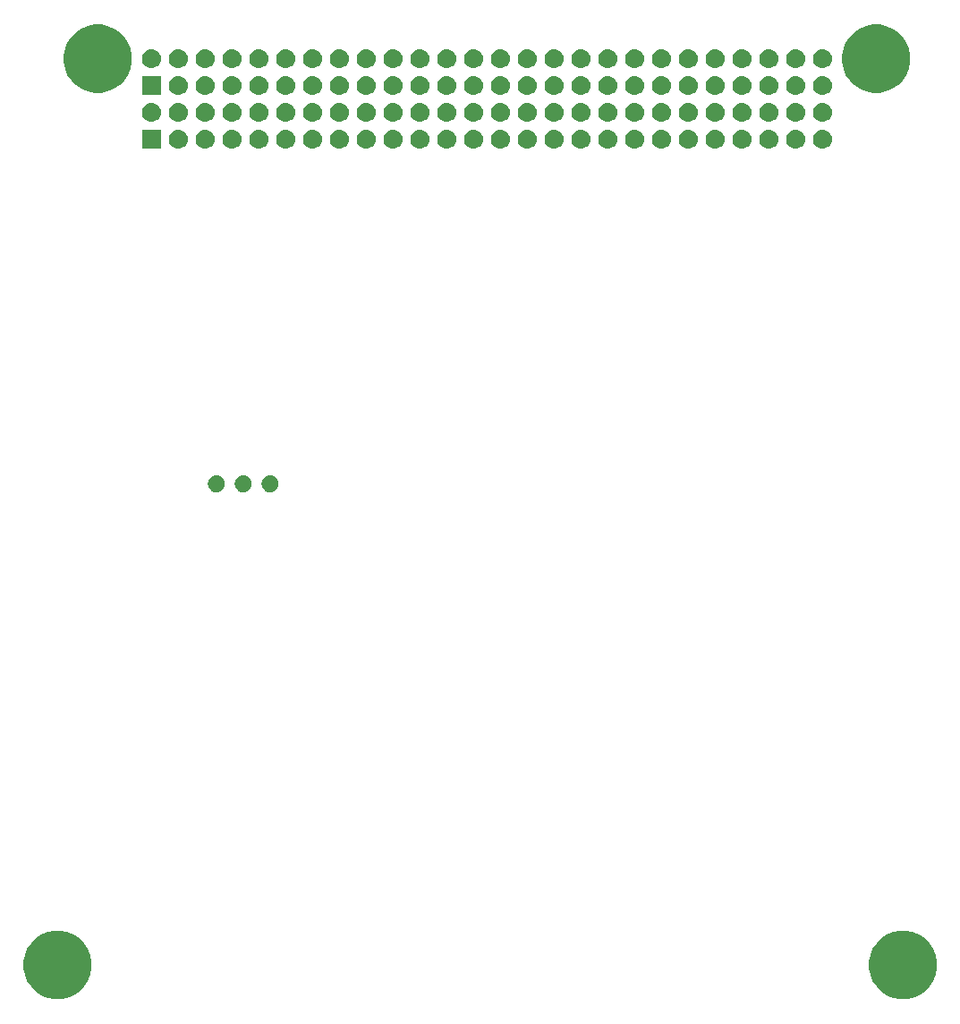
<source format=gbr>
G04 #@! TF.GenerationSoftware,KiCad,Pcbnew,(5.1.4)-1*
G04 #@! TF.CreationDate,2020-04-22T12:28:10-05:00*
G04 #@! TF.ProjectId,Boost,426f6f73-742e-46b6-9963-61645f706362,rev?*
G04 #@! TF.SameCoordinates,Original*
G04 #@! TF.FileFunction,Soldermask,Bot*
G04 #@! TF.FilePolarity,Negative*
%FSLAX46Y46*%
G04 Gerber Fmt 4.6, Leading zero omitted, Abs format (unit mm)*
G04 Created by KiCad (PCBNEW (5.1.4)-1) date 2020-04-22 12:28:10*
%MOMM*%
%LPD*%
G04 APERTURE LIST*
%ADD10C,0.100000*%
G04 APERTURE END LIST*
D10*
G36*
X182042988Y-137486973D02*
G01*
X182630082Y-137730155D01*
X182630084Y-137730156D01*
X183158455Y-138083202D01*
X183607798Y-138532545D01*
X183960844Y-139060916D01*
X183960845Y-139060918D01*
X184204027Y-139648012D01*
X184328000Y-140271265D01*
X184328000Y-140906735D01*
X184204027Y-141529988D01*
X183960845Y-142117082D01*
X183960844Y-142117084D01*
X183607798Y-142645455D01*
X183158455Y-143094798D01*
X182630084Y-143447844D01*
X182630083Y-143447845D01*
X182630082Y-143447845D01*
X182042988Y-143691027D01*
X181419735Y-143815000D01*
X180784265Y-143815000D01*
X180161012Y-143691027D01*
X179573918Y-143447845D01*
X179573917Y-143447845D01*
X179573916Y-143447844D01*
X179045545Y-143094798D01*
X178596202Y-142645455D01*
X178243156Y-142117084D01*
X178243155Y-142117082D01*
X177999973Y-141529988D01*
X177876000Y-140906735D01*
X177876000Y-140271265D01*
X177999973Y-139648012D01*
X178243155Y-139060918D01*
X178243156Y-139060916D01*
X178596202Y-138532545D01*
X179045545Y-138083202D01*
X179573916Y-137730156D01*
X179573918Y-137730155D01*
X180161012Y-137486973D01*
X180784265Y-137363000D01*
X181419735Y-137363000D01*
X182042988Y-137486973D01*
X182042988Y-137486973D01*
G37*
G36*
X102032988Y-137486973D02*
G01*
X102620082Y-137730155D01*
X102620084Y-137730156D01*
X103148455Y-138083202D01*
X103597798Y-138532545D01*
X103950844Y-139060916D01*
X103950845Y-139060918D01*
X104194027Y-139648012D01*
X104318000Y-140271265D01*
X104318000Y-140906735D01*
X104194027Y-141529988D01*
X103950845Y-142117082D01*
X103950844Y-142117084D01*
X103597798Y-142645455D01*
X103148455Y-143094798D01*
X102620084Y-143447844D01*
X102620083Y-143447845D01*
X102620082Y-143447845D01*
X102032988Y-143691027D01*
X101409735Y-143815000D01*
X100774265Y-143815000D01*
X100151012Y-143691027D01*
X99563918Y-143447845D01*
X99563917Y-143447845D01*
X99563916Y-143447844D01*
X99035545Y-143094798D01*
X98586202Y-142645455D01*
X98233156Y-142117084D01*
X98233155Y-142117082D01*
X97989973Y-141529988D01*
X97866000Y-140906735D01*
X97866000Y-140271265D01*
X97989973Y-139648012D01*
X98233155Y-139060918D01*
X98233156Y-139060916D01*
X98586202Y-138532545D01*
X99035545Y-138083202D01*
X99563916Y-137730156D01*
X99563918Y-137730155D01*
X100151012Y-137486973D01*
X100774265Y-137363000D01*
X101409735Y-137363000D01*
X102032988Y-137486973D01*
X102032988Y-137486973D01*
G37*
G36*
X118825165Y-94286100D02*
G01*
X118902589Y-94301501D01*
X118963007Y-94326527D01*
X119048452Y-94361919D01*
X119179726Y-94449634D01*
X119291366Y-94561274D01*
X119379081Y-94692548D01*
X119439499Y-94838412D01*
X119470300Y-94993258D01*
X119470300Y-95151142D01*
X119439499Y-95305988D01*
X119379081Y-95451852D01*
X119291366Y-95583126D01*
X119179726Y-95694766D01*
X119048452Y-95782481D01*
X118963007Y-95817873D01*
X118902589Y-95842899D01*
X118825165Y-95858300D01*
X118747742Y-95873700D01*
X118589858Y-95873700D01*
X118512435Y-95858300D01*
X118435011Y-95842899D01*
X118374593Y-95817873D01*
X118289148Y-95782481D01*
X118157874Y-95694766D01*
X118046234Y-95583126D01*
X117958519Y-95451852D01*
X117898101Y-95305988D01*
X117867300Y-95151142D01*
X117867300Y-94993258D01*
X117898101Y-94838412D01*
X117958519Y-94692548D01*
X118046234Y-94561274D01*
X118157874Y-94449634D01*
X118289148Y-94361919D01*
X118374593Y-94326527D01*
X118435011Y-94301501D01*
X118512435Y-94286100D01*
X118589858Y-94270700D01*
X118747742Y-94270700D01*
X118825165Y-94286100D01*
X118825165Y-94286100D01*
G37*
G36*
X121365165Y-94286100D02*
G01*
X121442589Y-94301501D01*
X121503007Y-94326527D01*
X121588452Y-94361919D01*
X121719726Y-94449634D01*
X121831366Y-94561274D01*
X121919081Y-94692548D01*
X121979499Y-94838412D01*
X122010300Y-94993258D01*
X122010300Y-95151142D01*
X121979499Y-95305988D01*
X121919081Y-95451852D01*
X121831366Y-95583126D01*
X121719726Y-95694766D01*
X121588452Y-95782481D01*
X121503007Y-95817873D01*
X121442589Y-95842899D01*
X121365165Y-95858300D01*
X121287742Y-95873700D01*
X121129858Y-95873700D01*
X121052435Y-95858300D01*
X120975011Y-95842899D01*
X120914593Y-95817873D01*
X120829148Y-95782481D01*
X120697874Y-95694766D01*
X120586234Y-95583126D01*
X120498519Y-95451852D01*
X120438101Y-95305988D01*
X120407300Y-95151142D01*
X120407300Y-94993258D01*
X120438101Y-94838412D01*
X120498519Y-94692548D01*
X120586234Y-94561274D01*
X120697874Y-94449634D01*
X120829148Y-94361919D01*
X120914593Y-94326527D01*
X120975011Y-94301501D01*
X121052435Y-94286100D01*
X121129858Y-94270700D01*
X121287742Y-94270700D01*
X121365165Y-94286100D01*
X121365165Y-94286100D01*
G37*
G36*
X116285165Y-94286100D02*
G01*
X116362589Y-94301501D01*
X116423007Y-94326527D01*
X116508452Y-94361919D01*
X116639726Y-94449634D01*
X116751366Y-94561274D01*
X116839081Y-94692548D01*
X116899499Y-94838412D01*
X116930300Y-94993258D01*
X116930300Y-95151142D01*
X116899499Y-95305988D01*
X116839081Y-95451852D01*
X116751366Y-95583126D01*
X116639726Y-95694766D01*
X116508452Y-95782481D01*
X116423007Y-95817873D01*
X116362589Y-95842899D01*
X116285165Y-95858300D01*
X116207742Y-95873700D01*
X116049858Y-95873700D01*
X115972435Y-95858300D01*
X115895011Y-95842899D01*
X115834593Y-95817873D01*
X115749148Y-95782481D01*
X115617874Y-95694766D01*
X115506234Y-95583126D01*
X115418519Y-95451852D01*
X115358101Y-95305988D01*
X115327300Y-95151142D01*
X115327300Y-94993258D01*
X115358101Y-94838412D01*
X115418519Y-94692548D01*
X115506234Y-94561274D01*
X115617874Y-94449634D01*
X115749148Y-94361919D01*
X115834593Y-94326527D01*
X115895011Y-94301501D01*
X115972435Y-94286100D01*
X116049858Y-94270700D01*
X116207742Y-94270700D01*
X116285165Y-94286100D01*
X116285165Y-94286100D01*
G37*
G36*
X140579523Y-61590453D02*
G01*
X140645708Y-61596972D01*
X140815547Y-61648492D01*
X140972072Y-61732157D01*
X141007810Y-61761487D01*
X141109267Y-61844749D01*
X141192529Y-61946206D01*
X141221859Y-61981944D01*
X141305524Y-62138469D01*
X141357044Y-62308308D01*
X141374440Y-62484935D01*
X141357044Y-62661562D01*
X141305524Y-62831401D01*
X141221859Y-62987926D01*
X141192529Y-63023664D01*
X141109267Y-63125121D01*
X141007810Y-63208383D01*
X140972072Y-63237713D01*
X140815547Y-63321378D01*
X140645708Y-63372898D01*
X140579524Y-63379416D01*
X140513341Y-63385935D01*
X140424821Y-63385935D01*
X140358638Y-63379416D01*
X140292454Y-63372898D01*
X140122615Y-63321378D01*
X139966090Y-63237713D01*
X139930352Y-63208383D01*
X139828895Y-63125121D01*
X139745633Y-63023664D01*
X139716303Y-62987926D01*
X139632638Y-62831401D01*
X139581118Y-62661562D01*
X139563722Y-62484935D01*
X139581118Y-62308308D01*
X139632638Y-62138469D01*
X139716303Y-61981944D01*
X139745633Y-61946206D01*
X139828895Y-61844749D01*
X139930352Y-61761487D01*
X139966090Y-61732157D01*
X140122615Y-61648492D01*
X140292454Y-61596972D01*
X140358639Y-61590453D01*
X140424821Y-61583935D01*
X140513341Y-61583935D01*
X140579523Y-61590453D01*
X140579523Y-61590453D01*
G37*
G36*
X130419523Y-61590453D02*
G01*
X130485708Y-61596972D01*
X130655547Y-61648492D01*
X130812072Y-61732157D01*
X130847810Y-61761487D01*
X130949267Y-61844749D01*
X131032529Y-61946206D01*
X131061859Y-61981944D01*
X131145524Y-62138469D01*
X131197044Y-62308308D01*
X131214440Y-62484935D01*
X131197044Y-62661562D01*
X131145524Y-62831401D01*
X131061859Y-62987926D01*
X131032529Y-63023664D01*
X130949267Y-63125121D01*
X130847810Y-63208383D01*
X130812072Y-63237713D01*
X130655547Y-63321378D01*
X130485708Y-63372898D01*
X130419524Y-63379416D01*
X130353341Y-63385935D01*
X130264821Y-63385935D01*
X130198638Y-63379416D01*
X130132454Y-63372898D01*
X129962615Y-63321378D01*
X129806090Y-63237713D01*
X129770352Y-63208383D01*
X129668895Y-63125121D01*
X129585633Y-63023664D01*
X129556303Y-62987926D01*
X129472638Y-62831401D01*
X129421118Y-62661562D01*
X129403722Y-62484935D01*
X129421118Y-62308308D01*
X129472638Y-62138469D01*
X129556303Y-61981944D01*
X129585633Y-61946206D01*
X129668895Y-61844749D01*
X129770352Y-61761487D01*
X129806090Y-61732157D01*
X129962615Y-61648492D01*
X130132454Y-61596972D01*
X130198639Y-61590453D01*
X130264821Y-61583935D01*
X130353341Y-61583935D01*
X130419523Y-61590453D01*
X130419523Y-61590453D01*
G37*
G36*
X138039523Y-61590453D02*
G01*
X138105708Y-61596972D01*
X138275547Y-61648492D01*
X138432072Y-61732157D01*
X138467810Y-61761487D01*
X138569267Y-61844749D01*
X138652529Y-61946206D01*
X138681859Y-61981944D01*
X138765524Y-62138469D01*
X138817044Y-62308308D01*
X138834440Y-62484935D01*
X138817044Y-62661562D01*
X138765524Y-62831401D01*
X138681859Y-62987926D01*
X138652529Y-63023664D01*
X138569267Y-63125121D01*
X138467810Y-63208383D01*
X138432072Y-63237713D01*
X138275547Y-63321378D01*
X138105708Y-63372898D01*
X138039524Y-63379416D01*
X137973341Y-63385935D01*
X137884821Y-63385935D01*
X137818638Y-63379416D01*
X137752454Y-63372898D01*
X137582615Y-63321378D01*
X137426090Y-63237713D01*
X137390352Y-63208383D01*
X137288895Y-63125121D01*
X137205633Y-63023664D01*
X137176303Y-62987926D01*
X137092638Y-62831401D01*
X137041118Y-62661562D01*
X137023722Y-62484935D01*
X137041118Y-62308308D01*
X137092638Y-62138469D01*
X137176303Y-61981944D01*
X137205633Y-61946206D01*
X137288895Y-61844749D01*
X137390352Y-61761487D01*
X137426090Y-61732157D01*
X137582615Y-61648492D01*
X137752454Y-61596972D01*
X137818639Y-61590453D01*
X137884821Y-61583935D01*
X137973341Y-61583935D01*
X138039523Y-61590453D01*
X138039523Y-61590453D01*
G37*
G36*
X135499523Y-61590453D02*
G01*
X135565708Y-61596972D01*
X135735547Y-61648492D01*
X135892072Y-61732157D01*
X135927810Y-61761487D01*
X136029267Y-61844749D01*
X136112529Y-61946206D01*
X136141859Y-61981944D01*
X136225524Y-62138469D01*
X136277044Y-62308308D01*
X136294440Y-62484935D01*
X136277044Y-62661562D01*
X136225524Y-62831401D01*
X136141859Y-62987926D01*
X136112529Y-63023664D01*
X136029267Y-63125121D01*
X135927810Y-63208383D01*
X135892072Y-63237713D01*
X135735547Y-63321378D01*
X135565708Y-63372898D01*
X135499524Y-63379416D01*
X135433341Y-63385935D01*
X135344821Y-63385935D01*
X135278638Y-63379416D01*
X135212454Y-63372898D01*
X135042615Y-63321378D01*
X134886090Y-63237713D01*
X134850352Y-63208383D01*
X134748895Y-63125121D01*
X134665633Y-63023664D01*
X134636303Y-62987926D01*
X134552638Y-62831401D01*
X134501118Y-62661562D01*
X134483722Y-62484935D01*
X134501118Y-62308308D01*
X134552638Y-62138469D01*
X134636303Y-61981944D01*
X134665633Y-61946206D01*
X134748895Y-61844749D01*
X134850352Y-61761487D01*
X134886090Y-61732157D01*
X135042615Y-61648492D01*
X135212454Y-61596972D01*
X135278639Y-61590453D01*
X135344821Y-61583935D01*
X135433341Y-61583935D01*
X135499523Y-61590453D01*
X135499523Y-61590453D01*
G37*
G36*
X132959523Y-61590453D02*
G01*
X133025708Y-61596972D01*
X133195547Y-61648492D01*
X133352072Y-61732157D01*
X133387810Y-61761487D01*
X133489267Y-61844749D01*
X133572529Y-61946206D01*
X133601859Y-61981944D01*
X133685524Y-62138469D01*
X133737044Y-62308308D01*
X133754440Y-62484935D01*
X133737044Y-62661562D01*
X133685524Y-62831401D01*
X133601859Y-62987926D01*
X133572529Y-63023664D01*
X133489267Y-63125121D01*
X133387810Y-63208383D01*
X133352072Y-63237713D01*
X133195547Y-63321378D01*
X133025708Y-63372898D01*
X132959524Y-63379416D01*
X132893341Y-63385935D01*
X132804821Y-63385935D01*
X132738638Y-63379416D01*
X132672454Y-63372898D01*
X132502615Y-63321378D01*
X132346090Y-63237713D01*
X132310352Y-63208383D01*
X132208895Y-63125121D01*
X132125633Y-63023664D01*
X132096303Y-62987926D01*
X132012638Y-62831401D01*
X131961118Y-62661562D01*
X131943722Y-62484935D01*
X131961118Y-62308308D01*
X132012638Y-62138469D01*
X132096303Y-61981944D01*
X132125633Y-61946206D01*
X132208895Y-61844749D01*
X132310352Y-61761487D01*
X132346090Y-61732157D01*
X132502615Y-61648492D01*
X132672454Y-61596972D01*
X132738639Y-61590453D01*
X132804821Y-61583935D01*
X132893341Y-61583935D01*
X132959523Y-61590453D01*
X132959523Y-61590453D01*
G37*
G36*
X127879523Y-61590453D02*
G01*
X127945708Y-61596972D01*
X128115547Y-61648492D01*
X128272072Y-61732157D01*
X128307810Y-61761487D01*
X128409267Y-61844749D01*
X128492529Y-61946206D01*
X128521859Y-61981944D01*
X128605524Y-62138469D01*
X128657044Y-62308308D01*
X128674440Y-62484935D01*
X128657044Y-62661562D01*
X128605524Y-62831401D01*
X128521859Y-62987926D01*
X128492529Y-63023664D01*
X128409267Y-63125121D01*
X128307810Y-63208383D01*
X128272072Y-63237713D01*
X128115547Y-63321378D01*
X127945708Y-63372898D01*
X127879524Y-63379416D01*
X127813341Y-63385935D01*
X127724821Y-63385935D01*
X127658638Y-63379416D01*
X127592454Y-63372898D01*
X127422615Y-63321378D01*
X127266090Y-63237713D01*
X127230352Y-63208383D01*
X127128895Y-63125121D01*
X127045633Y-63023664D01*
X127016303Y-62987926D01*
X126932638Y-62831401D01*
X126881118Y-62661562D01*
X126863722Y-62484935D01*
X126881118Y-62308308D01*
X126932638Y-62138469D01*
X127016303Y-61981944D01*
X127045633Y-61946206D01*
X127128895Y-61844749D01*
X127230352Y-61761487D01*
X127266090Y-61732157D01*
X127422615Y-61648492D01*
X127592454Y-61596972D01*
X127658639Y-61590453D01*
X127724821Y-61583935D01*
X127813341Y-61583935D01*
X127879523Y-61590453D01*
X127879523Y-61590453D01*
G37*
G36*
X125339523Y-61590453D02*
G01*
X125405708Y-61596972D01*
X125575547Y-61648492D01*
X125732072Y-61732157D01*
X125767810Y-61761487D01*
X125869267Y-61844749D01*
X125952529Y-61946206D01*
X125981859Y-61981944D01*
X126065524Y-62138469D01*
X126117044Y-62308308D01*
X126134440Y-62484935D01*
X126117044Y-62661562D01*
X126065524Y-62831401D01*
X125981859Y-62987926D01*
X125952529Y-63023664D01*
X125869267Y-63125121D01*
X125767810Y-63208383D01*
X125732072Y-63237713D01*
X125575547Y-63321378D01*
X125405708Y-63372898D01*
X125339524Y-63379416D01*
X125273341Y-63385935D01*
X125184821Y-63385935D01*
X125118638Y-63379416D01*
X125052454Y-63372898D01*
X124882615Y-63321378D01*
X124726090Y-63237713D01*
X124690352Y-63208383D01*
X124588895Y-63125121D01*
X124505633Y-63023664D01*
X124476303Y-62987926D01*
X124392638Y-62831401D01*
X124341118Y-62661562D01*
X124323722Y-62484935D01*
X124341118Y-62308308D01*
X124392638Y-62138469D01*
X124476303Y-61981944D01*
X124505633Y-61946206D01*
X124588895Y-61844749D01*
X124690352Y-61761487D01*
X124726090Y-61732157D01*
X124882615Y-61648492D01*
X125052454Y-61596972D01*
X125118639Y-61590453D01*
X125184821Y-61583935D01*
X125273341Y-61583935D01*
X125339523Y-61590453D01*
X125339523Y-61590453D01*
G37*
G36*
X122799523Y-61590453D02*
G01*
X122865708Y-61596972D01*
X123035547Y-61648492D01*
X123192072Y-61732157D01*
X123227810Y-61761487D01*
X123329267Y-61844749D01*
X123412529Y-61946206D01*
X123441859Y-61981944D01*
X123525524Y-62138469D01*
X123577044Y-62308308D01*
X123594440Y-62484935D01*
X123577044Y-62661562D01*
X123525524Y-62831401D01*
X123441859Y-62987926D01*
X123412529Y-63023664D01*
X123329267Y-63125121D01*
X123227810Y-63208383D01*
X123192072Y-63237713D01*
X123035547Y-63321378D01*
X122865708Y-63372898D01*
X122799524Y-63379416D01*
X122733341Y-63385935D01*
X122644821Y-63385935D01*
X122578638Y-63379416D01*
X122512454Y-63372898D01*
X122342615Y-63321378D01*
X122186090Y-63237713D01*
X122150352Y-63208383D01*
X122048895Y-63125121D01*
X121965633Y-63023664D01*
X121936303Y-62987926D01*
X121852638Y-62831401D01*
X121801118Y-62661562D01*
X121783722Y-62484935D01*
X121801118Y-62308308D01*
X121852638Y-62138469D01*
X121936303Y-61981944D01*
X121965633Y-61946206D01*
X122048895Y-61844749D01*
X122150352Y-61761487D01*
X122186090Y-61732157D01*
X122342615Y-61648492D01*
X122512454Y-61596972D01*
X122578639Y-61590453D01*
X122644821Y-61583935D01*
X122733341Y-61583935D01*
X122799523Y-61590453D01*
X122799523Y-61590453D01*
G37*
G36*
X120259523Y-61590453D02*
G01*
X120325708Y-61596972D01*
X120495547Y-61648492D01*
X120652072Y-61732157D01*
X120687810Y-61761487D01*
X120789267Y-61844749D01*
X120872529Y-61946206D01*
X120901859Y-61981944D01*
X120985524Y-62138469D01*
X121037044Y-62308308D01*
X121054440Y-62484935D01*
X121037044Y-62661562D01*
X120985524Y-62831401D01*
X120901859Y-62987926D01*
X120872529Y-63023664D01*
X120789267Y-63125121D01*
X120687810Y-63208383D01*
X120652072Y-63237713D01*
X120495547Y-63321378D01*
X120325708Y-63372898D01*
X120259524Y-63379416D01*
X120193341Y-63385935D01*
X120104821Y-63385935D01*
X120038638Y-63379416D01*
X119972454Y-63372898D01*
X119802615Y-63321378D01*
X119646090Y-63237713D01*
X119610352Y-63208383D01*
X119508895Y-63125121D01*
X119425633Y-63023664D01*
X119396303Y-62987926D01*
X119312638Y-62831401D01*
X119261118Y-62661562D01*
X119243722Y-62484935D01*
X119261118Y-62308308D01*
X119312638Y-62138469D01*
X119396303Y-61981944D01*
X119425633Y-61946206D01*
X119508895Y-61844749D01*
X119610352Y-61761487D01*
X119646090Y-61732157D01*
X119802615Y-61648492D01*
X119972454Y-61596972D01*
X120038639Y-61590453D01*
X120104821Y-61583935D01*
X120193341Y-61583935D01*
X120259523Y-61590453D01*
X120259523Y-61590453D01*
G37*
G36*
X117719523Y-61590453D02*
G01*
X117785708Y-61596972D01*
X117955547Y-61648492D01*
X118112072Y-61732157D01*
X118147810Y-61761487D01*
X118249267Y-61844749D01*
X118332529Y-61946206D01*
X118361859Y-61981944D01*
X118445524Y-62138469D01*
X118497044Y-62308308D01*
X118514440Y-62484935D01*
X118497044Y-62661562D01*
X118445524Y-62831401D01*
X118361859Y-62987926D01*
X118332529Y-63023664D01*
X118249267Y-63125121D01*
X118147810Y-63208383D01*
X118112072Y-63237713D01*
X117955547Y-63321378D01*
X117785708Y-63372898D01*
X117719524Y-63379416D01*
X117653341Y-63385935D01*
X117564821Y-63385935D01*
X117498638Y-63379416D01*
X117432454Y-63372898D01*
X117262615Y-63321378D01*
X117106090Y-63237713D01*
X117070352Y-63208383D01*
X116968895Y-63125121D01*
X116885633Y-63023664D01*
X116856303Y-62987926D01*
X116772638Y-62831401D01*
X116721118Y-62661562D01*
X116703722Y-62484935D01*
X116721118Y-62308308D01*
X116772638Y-62138469D01*
X116856303Y-61981944D01*
X116885633Y-61946206D01*
X116968895Y-61844749D01*
X117070352Y-61761487D01*
X117106090Y-61732157D01*
X117262615Y-61648492D01*
X117432454Y-61596972D01*
X117498639Y-61590453D01*
X117564821Y-61583935D01*
X117653341Y-61583935D01*
X117719523Y-61590453D01*
X117719523Y-61590453D01*
G37*
G36*
X115179523Y-61590453D02*
G01*
X115245708Y-61596972D01*
X115415547Y-61648492D01*
X115572072Y-61732157D01*
X115607810Y-61761487D01*
X115709267Y-61844749D01*
X115792529Y-61946206D01*
X115821859Y-61981944D01*
X115905524Y-62138469D01*
X115957044Y-62308308D01*
X115974440Y-62484935D01*
X115957044Y-62661562D01*
X115905524Y-62831401D01*
X115821859Y-62987926D01*
X115792529Y-63023664D01*
X115709267Y-63125121D01*
X115607810Y-63208383D01*
X115572072Y-63237713D01*
X115415547Y-63321378D01*
X115245708Y-63372898D01*
X115179524Y-63379416D01*
X115113341Y-63385935D01*
X115024821Y-63385935D01*
X114958638Y-63379416D01*
X114892454Y-63372898D01*
X114722615Y-63321378D01*
X114566090Y-63237713D01*
X114530352Y-63208383D01*
X114428895Y-63125121D01*
X114345633Y-63023664D01*
X114316303Y-62987926D01*
X114232638Y-62831401D01*
X114181118Y-62661562D01*
X114163722Y-62484935D01*
X114181118Y-62308308D01*
X114232638Y-62138469D01*
X114316303Y-61981944D01*
X114345633Y-61946206D01*
X114428895Y-61844749D01*
X114530352Y-61761487D01*
X114566090Y-61732157D01*
X114722615Y-61648492D01*
X114892454Y-61596972D01*
X114958639Y-61590453D01*
X115024821Y-61583935D01*
X115113341Y-61583935D01*
X115179523Y-61590453D01*
X115179523Y-61590453D01*
G37*
G36*
X112639523Y-61590453D02*
G01*
X112705708Y-61596972D01*
X112875547Y-61648492D01*
X113032072Y-61732157D01*
X113067810Y-61761487D01*
X113169267Y-61844749D01*
X113252529Y-61946206D01*
X113281859Y-61981944D01*
X113365524Y-62138469D01*
X113417044Y-62308308D01*
X113434440Y-62484935D01*
X113417044Y-62661562D01*
X113365524Y-62831401D01*
X113281859Y-62987926D01*
X113252529Y-63023664D01*
X113169267Y-63125121D01*
X113067810Y-63208383D01*
X113032072Y-63237713D01*
X112875547Y-63321378D01*
X112705708Y-63372898D01*
X112639524Y-63379416D01*
X112573341Y-63385935D01*
X112484821Y-63385935D01*
X112418638Y-63379416D01*
X112352454Y-63372898D01*
X112182615Y-63321378D01*
X112026090Y-63237713D01*
X111990352Y-63208383D01*
X111888895Y-63125121D01*
X111805633Y-63023664D01*
X111776303Y-62987926D01*
X111692638Y-62831401D01*
X111641118Y-62661562D01*
X111623722Y-62484935D01*
X111641118Y-62308308D01*
X111692638Y-62138469D01*
X111776303Y-61981944D01*
X111805633Y-61946206D01*
X111888895Y-61844749D01*
X111990352Y-61761487D01*
X112026090Y-61732157D01*
X112182615Y-61648492D01*
X112352454Y-61596972D01*
X112418639Y-61590453D01*
X112484821Y-61583935D01*
X112573341Y-61583935D01*
X112639523Y-61590453D01*
X112639523Y-61590453D01*
G37*
G36*
X110890081Y-63385935D02*
G01*
X109088081Y-63385935D01*
X109088081Y-61583935D01*
X110890081Y-61583935D01*
X110890081Y-63385935D01*
X110890081Y-63385935D01*
G37*
G36*
X173599523Y-61590453D02*
G01*
X173665708Y-61596972D01*
X173835547Y-61648492D01*
X173992072Y-61732157D01*
X174027810Y-61761487D01*
X174129267Y-61844749D01*
X174212529Y-61946206D01*
X174241859Y-61981944D01*
X174325524Y-62138469D01*
X174377044Y-62308308D01*
X174394440Y-62484935D01*
X174377044Y-62661562D01*
X174325524Y-62831401D01*
X174241859Y-62987926D01*
X174212529Y-63023664D01*
X174129267Y-63125121D01*
X174027810Y-63208383D01*
X173992072Y-63237713D01*
X173835547Y-63321378D01*
X173665708Y-63372898D01*
X173599524Y-63379416D01*
X173533341Y-63385935D01*
X173444821Y-63385935D01*
X173378638Y-63379416D01*
X173312454Y-63372898D01*
X173142615Y-63321378D01*
X172986090Y-63237713D01*
X172950352Y-63208383D01*
X172848895Y-63125121D01*
X172765633Y-63023664D01*
X172736303Y-62987926D01*
X172652638Y-62831401D01*
X172601118Y-62661562D01*
X172583722Y-62484935D01*
X172601118Y-62308308D01*
X172652638Y-62138469D01*
X172736303Y-61981944D01*
X172765633Y-61946206D01*
X172848895Y-61844749D01*
X172950352Y-61761487D01*
X172986090Y-61732157D01*
X173142615Y-61648492D01*
X173312454Y-61596972D01*
X173378639Y-61590453D01*
X173444821Y-61583935D01*
X173533341Y-61583935D01*
X173599523Y-61590453D01*
X173599523Y-61590453D01*
G37*
G36*
X145659523Y-61590453D02*
G01*
X145725708Y-61596972D01*
X145895547Y-61648492D01*
X146052072Y-61732157D01*
X146087810Y-61761487D01*
X146189267Y-61844749D01*
X146272529Y-61946206D01*
X146301859Y-61981944D01*
X146385524Y-62138469D01*
X146437044Y-62308308D01*
X146454440Y-62484935D01*
X146437044Y-62661562D01*
X146385524Y-62831401D01*
X146301859Y-62987926D01*
X146272529Y-63023664D01*
X146189267Y-63125121D01*
X146087810Y-63208383D01*
X146052072Y-63237713D01*
X145895547Y-63321378D01*
X145725708Y-63372898D01*
X145659524Y-63379416D01*
X145593341Y-63385935D01*
X145504821Y-63385935D01*
X145438638Y-63379416D01*
X145372454Y-63372898D01*
X145202615Y-63321378D01*
X145046090Y-63237713D01*
X145010352Y-63208383D01*
X144908895Y-63125121D01*
X144825633Y-63023664D01*
X144796303Y-62987926D01*
X144712638Y-62831401D01*
X144661118Y-62661562D01*
X144643722Y-62484935D01*
X144661118Y-62308308D01*
X144712638Y-62138469D01*
X144796303Y-61981944D01*
X144825633Y-61946206D01*
X144908895Y-61844749D01*
X145010352Y-61761487D01*
X145046090Y-61732157D01*
X145202615Y-61648492D01*
X145372454Y-61596972D01*
X145438639Y-61590453D01*
X145504821Y-61583935D01*
X145593341Y-61583935D01*
X145659523Y-61590453D01*
X145659523Y-61590453D01*
G37*
G36*
X165979523Y-61590453D02*
G01*
X166045708Y-61596972D01*
X166215547Y-61648492D01*
X166372072Y-61732157D01*
X166407810Y-61761487D01*
X166509267Y-61844749D01*
X166592529Y-61946206D01*
X166621859Y-61981944D01*
X166705524Y-62138469D01*
X166757044Y-62308308D01*
X166774440Y-62484935D01*
X166757044Y-62661562D01*
X166705524Y-62831401D01*
X166621859Y-62987926D01*
X166592529Y-63023664D01*
X166509267Y-63125121D01*
X166407810Y-63208383D01*
X166372072Y-63237713D01*
X166215547Y-63321378D01*
X166045708Y-63372898D01*
X165979524Y-63379416D01*
X165913341Y-63385935D01*
X165824821Y-63385935D01*
X165758638Y-63379416D01*
X165692454Y-63372898D01*
X165522615Y-63321378D01*
X165366090Y-63237713D01*
X165330352Y-63208383D01*
X165228895Y-63125121D01*
X165145633Y-63023664D01*
X165116303Y-62987926D01*
X165032638Y-62831401D01*
X164981118Y-62661562D01*
X164963722Y-62484935D01*
X164981118Y-62308308D01*
X165032638Y-62138469D01*
X165116303Y-61981944D01*
X165145633Y-61946206D01*
X165228895Y-61844749D01*
X165330352Y-61761487D01*
X165366090Y-61732157D01*
X165522615Y-61648492D01*
X165692454Y-61596972D01*
X165758639Y-61590453D01*
X165824821Y-61583935D01*
X165913341Y-61583935D01*
X165979523Y-61590453D01*
X165979523Y-61590453D01*
G37*
G36*
X148199523Y-61590453D02*
G01*
X148265708Y-61596972D01*
X148435547Y-61648492D01*
X148592072Y-61732157D01*
X148627810Y-61761487D01*
X148729267Y-61844749D01*
X148812529Y-61946206D01*
X148841859Y-61981944D01*
X148925524Y-62138469D01*
X148977044Y-62308308D01*
X148994440Y-62484935D01*
X148977044Y-62661562D01*
X148925524Y-62831401D01*
X148841859Y-62987926D01*
X148812529Y-63023664D01*
X148729267Y-63125121D01*
X148627810Y-63208383D01*
X148592072Y-63237713D01*
X148435547Y-63321378D01*
X148265708Y-63372898D01*
X148199524Y-63379416D01*
X148133341Y-63385935D01*
X148044821Y-63385935D01*
X147978638Y-63379416D01*
X147912454Y-63372898D01*
X147742615Y-63321378D01*
X147586090Y-63237713D01*
X147550352Y-63208383D01*
X147448895Y-63125121D01*
X147365633Y-63023664D01*
X147336303Y-62987926D01*
X147252638Y-62831401D01*
X147201118Y-62661562D01*
X147183722Y-62484935D01*
X147201118Y-62308308D01*
X147252638Y-62138469D01*
X147336303Y-61981944D01*
X147365633Y-61946206D01*
X147448895Y-61844749D01*
X147550352Y-61761487D01*
X147586090Y-61732157D01*
X147742615Y-61648492D01*
X147912454Y-61596972D01*
X147978639Y-61590453D01*
X148044821Y-61583935D01*
X148133341Y-61583935D01*
X148199523Y-61590453D01*
X148199523Y-61590453D01*
G37*
G36*
X150739523Y-61590453D02*
G01*
X150805708Y-61596972D01*
X150975547Y-61648492D01*
X151132072Y-61732157D01*
X151167810Y-61761487D01*
X151269267Y-61844749D01*
X151352529Y-61946206D01*
X151381859Y-61981944D01*
X151465524Y-62138469D01*
X151517044Y-62308308D01*
X151534440Y-62484935D01*
X151517044Y-62661562D01*
X151465524Y-62831401D01*
X151381859Y-62987926D01*
X151352529Y-63023664D01*
X151269267Y-63125121D01*
X151167810Y-63208383D01*
X151132072Y-63237713D01*
X150975547Y-63321378D01*
X150805708Y-63372898D01*
X150739524Y-63379416D01*
X150673341Y-63385935D01*
X150584821Y-63385935D01*
X150518638Y-63379416D01*
X150452454Y-63372898D01*
X150282615Y-63321378D01*
X150126090Y-63237713D01*
X150090352Y-63208383D01*
X149988895Y-63125121D01*
X149905633Y-63023664D01*
X149876303Y-62987926D01*
X149792638Y-62831401D01*
X149741118Y-62661562D01*
X149723722Y-62484935D01*
X149741118Y-62308308D01*
X149792638Y-62138469D01*
X149876303Y-61981944D01*
X149905633Y-61946206D01*
X149988895Y-61844749D01*
X150090352Y-61761487D01*
X150126090Y-61732157D01*
X150282615Y-61648492D01*
X150452454Y-61596972D01*
X150518639Y-61590453D01*
X150584821Y-61583935D01*
X150673341Y-61583935D01*
X150739523Y-61590453D01*
X150739523Y-61590453D01*
G37*
G36*
X153279523Y-61590453D02*
G01*
X153345708Y-61596972D01*
X153515547Y-61648492D01*
X153672072Y-61732157D01*
X153707810Y-61761487D01*
X153809267Y-61844749D01*
X153892529Y-61946206D01*
X153921859Y-61981944D01*
X154005524Y-62138469D01*
X154057044Y-62308308D01*
X154074440Y-62484935D01*
X154057044Y-62661562D01*
X154005524Y-62831401D01*
X153921859Y-62987926D01*
X153892529Y-63023664D01*
X153809267Y-63125121D01*
X153707810Y-63208383D01*
X153672072Y-63237713D01*
X153515547Y-63321378D01*
X153345708Y-63372898D01*
X153279524Y-63379416D01*
X153213341Y-63385935D01*
X153124821Y-63385935D01*
X153058638Y-63379416D01*
X152992454Y-63372898D01*
X152822615Y-63321378D01*
X152666090Y-63237713D01*
X152630352Y-63208383D01*
X152528895Y-63125121D01*
X152445633Y-63023664D01*
X152416303Y-62987926D01*
X152332638Y-62831401D01*
X152281118Y-62661562D01*
X152263722Y-62484935D01*
X152281118Y-62308308D01*
X152332638Y-62138469D01*
X152416303Y-61981944D01*
X152445633Y-61946206D01*
X152528895Y-61844749D01*
X152630352Y-61761487D01*
X152666090Y-61732157D01*
X152822615Y-61648492D01*
X152992454Y-61596972D01*
X153058639Y-61590453D01*
X153124821Y-61583935D01*
X153213341Y-61583935D01*
X153279523Y-61590453D01*
X153279523Y-61590453D01*
G37*
G36*
X155819523Y-61590453D02*
G01*
X155885708Y-61596972D01*
X156055547Y-61648492D01*
X156212072Y-61732157D01*
X156247810Y-61761487D01*
X156349267Y-61844749D01*
X156432529Y-61946206D01*
X156461859Y-61981944D01*
X156545524Y-62138469D01*
X156597044Y-62308308D01*
X156614440Y-62484935D01*
X156597044Y-62661562D01*
X156545524Y-62831401D01*
X156461859Y-62987926D01*
X156432529Y-63023664D01*
X156349267Y-63125121D01*
X156247810Y-63208383D01*
X156212072Y-63237713D01*
X156055547Y-63321378D01*
X155885708Y-63372898D01*
X155819524Y-63379416D01*
X155753341Y-63385935D01*
X155664821Y-63385935D01*
X155598638Y-63379416D01*
X155532454Y-63372898D01*
X155362615Y-63321378D01*
X155206090Y-63237713D01*
X155170352Y-63208383D01*
X155068895Y-63125121D01*
X154985633Y-63023664D01*
X154956303Y-62987926D01*
X154872638Y-62831401D01*
X154821118Y-62661562D01*
X154803722Y-62484935D01*
X154821118Y-62308308D01*
X154872638Y-62138469D01*
X154956303Y-61981944D01*
X154985633Y-61946206D01*
X155068895Y-61844749D01*
X155170352Y-61761487D01*
X155206090Y-61732157D01*
X155362615Y-61648492D01*
X155532454Y-61596972D01*
X155598639Y-61590453D01*
X155664821Y-61583935D01*
X155753341Y-61583935D01*
X155819523Y-61590453D01*
X155819523Y-61590453D01*
G37*
G36*
X158359523Y-61590453D02*
G01*
X158425708Y-61596972D01*
X158595547Y-61648492D01*
X158752072Y-61732157D01*
X158787810Y-61761487D01*
X158889267Y-61844749D01*
X158972529Y-61946206D01*
X159001859Y-61981944D01*
X159085524Y-62138469D01*
X159137044Y-62308308D01*
X159154440Y-62484935D01*
X159137044Y-62661562D01*
X159085524Y-62831401D01*
X159001859Y-62987926D01*
X158972529Y-63023664D01*
X158889267Y-63125121D01*
X158787810Y-63208383D01*
X158752072Y-63237713D01*
X158595547Y-63321378D01*
X158425708Y-63372898D01*
X158359524Y-63379416D01*
X158293341Y-63385935D01*
X158204821Y-63385935D01*
X158138638Y-63379416D01*
X158072454Y-63372898D01*
X157902615Y-63321378D01*
X157746090Y-63237713D01*
X157710352Y-63208383D01*
X157608895Y-63125121D01*
X157525633Y-63023664D01*
X157496303Y-62987926D01*
X157412638Y-62831401D01*
X157361118Y-62661562D01*
X157343722Y-62484935D01*
X157361118Y-62308308D01*
X157412638Y-62138469D01*
X157496303Y-61981944D01*
X157525633Y-61946206D01*
X157608895Y-61844749D01*
X157710352Y-61761487D01*
X157746090Y-61732157D01*
X157902615Y-61648492D01*
X158072454Y-61596972D01*
X158138639Y-61590453D01*
X158204821Y-61583935D01*
X158293341Y-61583935D01*
X158359523Y-61590453D01*
X158359523Y-61590453D01*
G37*
G36*
X160899523Y-61590453D02*
G01*
X160965708Y-61596972D01*
X161135547Y-61648492D01*
X161292072Y-61732157D01*
X161327810Y-61761487D01*
X161429267Y-61844749D01*
X161512529Y-61946206D01*
X161541859Y-61981944D01*
X161625524Y-62138469D01*
X161677044Y-62308308D01*
X161694440Y-62484935D01*
X161677044Y-62661562D01*
X161625524Y-62831401D01*
X161541859Y-62987926D01*
X161512529Y-63023664D01*
X161429267Y-63125121D01*
X161327810Y-63208383D01*
X161292072Y-63237713D01*
X161135547Y-63321378D01*
X160965708Y-63372898D01*
X160899524Y-63379416D01*
X160833341Y-63385935D01*
X160744821Y-63385935D01*
X160678638Y-63379416D01*
X160612454Y-63372898D01*
X160442615Y-63321378D01*
X160286090Y-63237713D01*
X160250352Y-63208383D01*
X160148895Y-63125121D01*
X160065633Y-63023664D01*
X160036303Y-62987926D01*
X159952638Y-62831401D01*
X159901118Y-62661562D01*
X159883722Y-62484935D01*
X159901118Y-62308308D01*
X159952638Y-62138469D01*
X160036303Y-61981944D01*
X160065633Y-61946206D01*
X160148895Y-61844749D01*
X160250352Y-61761487D01*
X160286090Y-61732157D01*
X160442615Y-61648492D01*
X160612454Y-61596972D01*
X160678639Y-61590453D01*
X160744821Y-61583935D01*
X160833341Y-61583935D01*
X160899523Y-61590453D01*
X160899523Y-61590453D01*
G37*
G36*
X163439523Y-61590453D02*
G01*
X163505708Y-61596972D01*
X163675547Y-61648492D01*
X163832072Y-61732157D01*
X163867810Y-61761487D01*
X163969267Y-61844749D01*
X164052529Y-61946206D01*
X164081859Y-61981944D01*
X164165524Y-62138469D01*
X164217044Y-62308308D01*
X164234440Y-62484935D01*
X164217044Y-62661562D01*
X164165524Y-62831401D01*
X164081859Y-62987926D01*
X164052529Y-63023664D01*
X163969267Y-63125121D01*
X163867810Y-63208383D01*
X163832072Y-63237713D01*
X163675547Y-63321378D01*
X163505708Y-63372898D01*
X163439524Y-63379416D01*
X163373341Y-63385935D01*
X163284821Y-63385935D01*
X163218638Y-63379416D01*
X163152454Y-63372898D01*
X162982615Y-63321378D01*
X162826090Y-63237713D01*
X162790352Y-63208383D01*
X162688895Y-63125121D01*
X162605633Y-63023664D01*
X162576303Y-62987926D01*
X162492638Y-62831401D01*
X162441118Y-62661562D01*
X162423722Y-62484935D01*
X162441118Y-62308308D01*
X162492638Y-62138469D01*
X162576303Y-61981944D01*
X162605633Y-61946206D01*
X162688895Y-61844749D01*
X162790352Y-61761487D01*
X162826090Y-61732157D01*
X162982615Y-61648492D01*
X163152454Y-61596972D01*
X163218639Y-61590453D01*
X163284821Y-61583935D01*
X163373341Y-61583935D01*
X163439523Y-61590453D01*
X163439523Y-61590453D01*
G37*
G36*
X143119523Y-61590453D02*
G01*
X143185708Y-61596972D01*
X143355547Y-61648492D01*
X143512072Y-61732157D01*
X143547810Y-61761487D01*
X143649267Y-61844749D01*
X143732529Y-61946206D01*
X143761859Y-61981944D01*
X143845524Y-62138469D01*
X143897044Y-62308308D01*
X143914440Y-62484935D01*
X143897044Y-62661562D01*
X143845524Y-62831401D01*
X143761859Y-62987926D01*
X143732529Y-63023664D01*
X143649267Y-63125121D01*
X143547810Y-63208383D01*
X143512072Y-63237713D01*
X143355547Y-63321378D01*
X143185708Y-63372898D01*
X143119524Y-63379416D01*
X143053341Y-63385935D01*
X142964821Y-63385935D01*
X142898638Y-63379416D01*
X142832454Y-63372898D01*
X142662615Y-63321378D01*
X142506090Y-63237713D01*
X142470352Y-63208383D01*
X142368895Y-63125121D01*
X142285633Y-63023664D01*
X142256303Y-62987926D01*
X142172638Y-62831401D01*
X142121118Y-62661562D01*
X142103722Y-62484935D01*
X142121118Y-62308308D01*
X142172638Y-62138469D01*
X142256303Y-61981944D01*
X142285633Y-61946206D01*
X142368895Y-61844749D01*
X142470352Y-61761487D01*
X142506090Y-61732157D01*
X142662615Y-61648492D01*
X142832454Y-61596972D01*
X142898639Y-61590453D01*
X142964821Y-61583935D01*
X143053341Y-61583935D01*
X143119523Y-61590453D01*
X143119523Y-61590453D01*
G37*
G36*
X168519523Y-61590453D02*
G01*
X168585708Y-61596972D01*
X168755547Y-61648492D01*
X168912072Y-61732157D01*
X168947810Y-61761487D01*
X169049267Y-61844749D01*
X169132529Y-61946206D01*
X169161859Y-61981944D01*
X169245524Y-62138469D01*
X169297044Y-62308308D01*
X169314440Y-62484935D01*
X169297044Y-62661562D01*
X169245524Y-62831401D01*
X169161859Y-62987926D01*
X169132529Y-63023664D01*
X169049267Y-63125121D01*
X168947810Y-63208383D01*
X168912072Y-63237713D01*
X168755547Y-63321378D01*
X168585708Y-63372898D01*
X168519524Y-63379416D01*
X168453341Y-63385935D01*
X168364821Y-63385935D01*
X168298638Y-63379416D01*
X168232454Y-63372898D01*
X168062615Y-63321378D01*
X167906090Y-63237713D01*
X167870352Y-63208383D01*
X167768895Y-63125121D01*
X167685633Y-63023664D01*
X167656303Y-62987926D01*
X167572638Y-62831401D01*
X167521118Y-62661562D01*
X167503722Y-62484935D01*
X167521118Y-62308308D01*
X167572638Y-62138469D01*
X167656303Y-61981944D01*
X167685633Y-61946206D01*
X167768895Y-61844749D01*
X167870352Y-61761487D01*
X167906090Y-61732157D01*
X168062615Y-61648492D01*
X168232454Y-61596972D01*
X168298639Y-61590453D01*
X168364821Y-61583935D01*
X168453341Y-61583935D01*
X168519523Y-61590453D01*
X168519523Y-61590453D01*
G37*
G36*
X171059523Y-61590453D02*
G01*
X171125708Y-61596972D01*
X171295547Y-61648492D01*
X171452072Y-61732157D01*
X171487810Y-61761487D01*
X171589267Y-61844749D01*
X171672529Y-61946206D01*
X171701859Y-61981944D01*
X171785524Y-62138469D01*
X171837044Y-62308308D01*
X171854440Y-62484935D01*
X171837044Y-62661562D01*
X171785524Y-62831401D01*
X171701859Y-62987926D01*
X171672529Y-63023664D01*
X171589267Y-63125121D01*
X171487810Y-63208383D01*
X171452072Y-63237713D01*
X171295547Y-63321378D01*
X171125708Y-63372898D01*
X171059524Y-63379416D01*
X170993341Y-63385935D01*
X170904821Y-63385935D01*
X170838638Y-63379416D01*
X170772454Y-63372898D01*
X170602615Y-63321378D01*
X170446090Y-63237713D01*
X170410352Y-63208383D01*
X170308895Y-63125121D01*
X170225633Y-63023664D01*
X170196303Y-62987926D01*
X170112638Y-62831401D01*
X170061118Y-62661562D01*
X170043722Y-62484935D01*
X170061118Y-62308308D01*
X170112638Y-62138469D01*
X170196303Y-61981944D01*
X170225633Y-61946206D01*
X170308895Y-61844749D01*
X170410352Y-61761487D01*
X170446090Y-61732157D01*
X170602615Y-61648492D01*
X170772454Y-61596972D01*
X170838639Y-61590453D01*
X170904821Y-61583935D01*
X170993341Y-61583935D01*
X171059523Y-61590453D01*
X171059523Y-61590453D01*
G37*
G36*
X127879524Y-59050454D02*
G01*
X127945708Y-59056972D01*
X128115547Y-59108492D01*
X128272072Y-59192157D01*
X128307810Y-59221487D01*
X128409267Y-59304749D01*
X128492529Y-59406206D01*
X128521859Y-59441944D01*
X128605524Y-59598469D01*
X128657044Y-59768308D01*
X128674440Y-59944935D01*
X128657044Y-60121562D01*
X128605524Y-60291401D01*
X128521859Y-60447926D01*
X128492529Y-60483664D01*
X128409267Y-60585121D01*
X128307810Y-60668383D01*
X128272072Y-60697713D01*
X128115547Y-60781378D01*
X127945708Y-60832898D01*
X127879523Y-60839417D01*
X127813341Y-60845935D01*
X127724821Y-60845935D01*
X127658639Y-60839417D01*
X127592454Y-60832898D01*
X127422615Y-60781378D01*
X127266090Y-60697713D01*
X127230352Y-60668383D01*
X127128895Y-60585121D01*
X127045633Y-60483664D01*
X127016303Y-60447926D01*
X126932638Y-60291401D01*
X126881118Y-60121562D01*
X126863722Y-59944935D01*
X126881118Y-59768308D01*
X126932638Y-59598469D01*
X127016303Y-59441944D01*
X127045633Y-59406206D01*
X127128895Y-59304749D01*
X127230352Y-59221487D01*
X127266090Y-59192157D01*
X127422615Y-59108492D01*
X127592454Y-59056972D01*
X127658638Y-59050454D01*
X127724821Y-59043935D01*
X127813341Y-59043935D01*
X127879524Y-59050454D01*
X127879524Y-59050454D01*
G37*
G36*
X120259524Y-59050454D02*
G01*
X120325708Y-59056972D01*
X120495547Y-59108492D01*
X120652072Y-59192157D01*
X120687810Y-59221487D01*
X120789267Y-59304749D01*
X120872529Y-59406206D01*
X120901859Y-59441944D01*
X120985524Y-59598469D01*
X121037044Y-59768308D01*
X121054440Y-59944935D01*
X121037044Y-60121562D01*
X120985524Y-60291401D01*
X120901859Y-60447926D01*
X120872529Y-60483664D01*
X120789267Y-60585121D01*
X120687810Y-60668383D01*
X120652072Y-60697713D01*
X120495547Y-60781378D01*
X120325708Y-60832898D01*
X120259523Y-60839417D01*
X120193341Y-60845935D01*
X120104821Y-60845935D01*
X120038639Y-60839417D01*
X119972454Y-60832898D01*
X119802615Y-60781378D01*
X119646090Y-60697713D01*
X119610352Y-60668383D01*
X119508895Y-60585121D01*
X119425633Y-60483664D01*
X119396303Y-60447926D01*
X119312638Y-60291401D01*
X119261118Y-60121562D01*
X119243722Y-59944935D01*
X119261118Y-59768308D01*
X119312638Y-59598469D01*
X119396303Y-59441944D01*
X119425633Y-59406206D01*
X119508895Y-59304749D01*
X119610352Y-59221487D01*
X119646090Y-59192157D01*
X119802615Y-59108492D01*
X119972454Y-59056972D01*
X120038638Y-59050454D01*
X120104821Y-59043935D01*
X120193341Y-59043935D01*
X120259524Y-59050454D01*
X120259524Y-59050454D01*
G37*
G36*
X130419524Y-59050454D02*
G01*
X130485708Y-59056972D01*
X130655547Y-59108492D01*
X130812072Y-59192157D01*
X130847810Y-59221487D01*
X130949267Y-59304749D01*
X131032529Y-59406206D01*
X131061859Y-59441944D01*
X131145524Y-59598469D01*
X131197044Y-59768308D01*
X131214440Y-59944935D01*
X131197044Y-60121562D01*
X131145524Y-60291401D01*
X131061859Y-60447926D01*
X131032529Y-60483664D01*
X130949267Y-60585121D01*
X130847810Y-60668383D01*
X130812072Y-60697713D01*
X130655547Y-60781378D01*
X130485708Y-60832898D01*
X130419523Y-60839417D01*
X130353341Y-60845935D01*
X130264821Y-60845935D01*
X130198639Y-60839417D01*
X130132454Y-60832898D01*
X129962615Y-60781378D01*
X129806090Y-60697713D01*
X129770352Y-60668383D01*
X129668895Y-60585121D01*
X129585633Y-60483664D01*
X129556303Y-60447926D01*
X129472638Y-60291401D01*
X129421118Y-60121562D01*
X129403722Y-59944935D01*
X129421118Y-59768308D01*
X129472638Y-59598469D01*
X129556303Y-59441944D01*
X129585633Y-59406206D01*
X129668895Y-59304749D01*
X129770352Y-59221487D01*
X129806090Y-59192157D01*
X129962615Y-59108492D01*
X130132454Y-59056972D01*
X130198638Y-59050454D01*
X130264821Y-59043935D01*
X130353341Y-59043935D01*
X130419524Y-59050454D01*
X130419524Y-59050454D01*
G37*
G36*
X117719524Y-59050454D02*
G01*
X117785708Y-59056972D01*
X117955547Y-59108492D01*
X118112072Y-59192157D01*
X118147810Y-59221487D01*
X118249267Y-59304749D01*
X118332529Y-59406206D01*
X118361859Y-59441944D01*
X118445524Y-59598469D01*
X118497044Y-59768308D01*
X118514440Y-59944935D01*
X118497044Y-60121562D01*
X118445524Y-60291401D01*
X118361859Y-60447926D01*
X118332529Y-60483664D01*
X118249267Y-60585121D01*
X118147810Y-60668383D01*
X118112072Y-60697713D01*
X117955547Y-60781378D01*
X117785708Y-60832898D01*
X117719523Y-60839417D01*
X117653341Y-60845935D01*
X117564821Y-60845935D01*
X117498639Y-60839417D01*
X117432454Y-60832898D01*
X117262615Y-60781378D01*
X117106090Y-60697713D01*
X117070352Y-60668383D01*
X116968895Y-60585121D01*
X116885633Y-60483664D01*
X116856303Y-60447926D01*
X116772638Y-60291401D01*
X116721118Y-60121562D01*
X116703722Y-59944935D01*
X116721118Y-59768308D01*
X116772638Y-59598469D01*
X116856303Y-59441944D01*
X116885633Y-59406206D01*
X116968895Y-59304749D01*
X117070352Y-59221487D01*
X117106090Y-59192157D01*
X117262615Y-59108492D01*
X117432454Y-59056972D01*
X117498638Y-59050454D01*
X117564821Y-59043935D01*
X117653341Y-59043935D01*
X117719524Y-59050454D01*
X117719524Y-59050454D01*
G37*
G36*
X132959524Y-59050454D02*
G01*
X133025708Y-59056972D01*
X133195547Y-59108492D01*
X133352072Y-59192157D01*
X133387810Y-59221487D01*
X133489267Y-59304749D01*
X133572529Y-59406206D01*
X133601859Y-59441944D01*
X133685524Y-59598469D01*
X133737044Y-59768308D01*
X133754440Y-59944935D01*
X133737044Y-60121562D01*
X133685524Y-60291401D01*
X133601859Y-60447926D01*
X133572529Y-60483664D01*
X133489267Y-60585121D01*
X133387810Y-60668383D01*
X133352072Y-60697713D01*
X133195547Y-60781378D01*
X133025708Y-60832898D01*
X132959523Y-60839417D01*
X132893341Y-60845935D01*
X132804821Y-60845935D01*
X132738639Y-60839417D01*
X132672454Y-60832898D01*
X132502615Y-60781378D01*
X132346090Y-60697713D01*
X132310352Y-60668383D01*
X132208895Y-60585121D01*
X132125633Y-60483664D01*
X132096303Y-60447926D01*
X132012638Y-60291401D01*
X131961118Y-60121562D01*
X131943722Y-59944935D01*
X131961118Y-59768308D01*
X132012638Y-59598469D01*
X132096303Y-59441944D01*
X132125633Y-59406206D01*
X132208895Y-59304749D01*
X132310352Y-59221487D01*
X132346090Y-59192157D01*
X132502615Y-59108492D01*
X132672454Y-59056972D01*
X132738638Y-59050454D01*
X132804821Y-59043935D01*
X132893341Y-59043935D01*
X132959524Y-59050454D01*
X132959524Y-59050454D01*
G37*
G36*
X135499524Y-59050454D02*
G01*
X135565708Y-59056972D01*
X135735547Y-59108492D01*
X135892072Y-59192157D01*
X135927810Y-59221487D01*
X136029267Y-59304749D01*
X136112529Y-59406206D01*
X136141859Y-59441944D01*
X136225524Y-59598469D01*
X136277044Y-59768308D01*
X136294440Y-59944935D01*
X136277044Y-60121562D01*
X136225524Y-60291401D01*
X136141859Y-60447926D01*
X136112529Y-60483664D01*
X136029267Y-60585121D01*
X135927810Y-60668383D01*
X135892072Y-60697713D01*
X135735547Y-60781378D01*
X135565708Y-60832898D01*
X135499523Y-60839417D01*
X135433341Y-60845935D01*
X135344821Y-60845935D01*
X135278639Y-60839417D01*
X135212454Y-60832898D01*
X135042615Y-60781378D01*
X134886090Y-60697713D01*
X134850352Y-60668383D01*
X134748895Y-60585121D01*
X134665633Y-60483664D01*
X134636303Y-60447926D01*
X134552638Y-60291401D01*
X134501118Y-60121562D01*
X134483722Y-59944935D01*
X134501118Y-59768308D01*
X134552638Y-59598469D01*
X134636303Y-59441944D01*
X134665633Y-59406206D01*
X134748895Y-59304749D01*
X134850352Y-59221487D01*
X134886090Y-59192157D01*
X135042615Y-59108492D01*
X135212454Y-59056972D01*
X135278638Y-59050454D01*
X135344821Y-59043935D01*
X135433341Y-59043935D01*
X135499524Y-59050454D01*
X135499524Y-59050454D01*
G37*
G36*
X115179524Y-59050454D02*
G01*
X115245708Y-59056972D01*
X115415547Y-59108492D01*
X115572072Y-59192157D01*
X115607810Y-59221487D01*
X115709267Y-59304749D01*
X115792529Y-59406206D01*
X115821859Y-59441944D01*
X115905524Y-59598469D01*
X115957044Y-59768308D01*
X115974440Y-59944935D01*
X115957044Y-60121562D01*
X115905524Y-60291401D01*
X115821859Y-60447926D01*
X115792529Y-60483664D01*
X115709267Y-60585121D01*
X115607810Y-60668383D01*
X115572072Y-60697713D01*
X115415547Y-60781378D01*
X115245708Y-60832898D01*
X115179523Y-60839417D01*
X115113341Y-60845935D01*
X115024821Y-60845935D01*
X114958639Y-60839417D01*
X114892454Y-60832898D01*
X114722615Y-60781378D01*
X114566090Y-60697713D01*
X114530352Y-60668383D01*
X114428895Y-60585121D01*
X114345633Y-60483664D01*
X114316303Y-60447926D01*
X114232638Y-60291401D01*
X114181118Y-60121562D01*
X114163722Y-59944935D01*
X114181118Y-59768308D01*
X114232638Y-59598469D01*
X114316303Y-59441944D01*
X114345633Y-59406206D01*
X114428895Y-59304749D01*
X114530352Y-59221487D01*
X114566090Y-59192157D01*
X114722615Y-59108492D01*
X114892454Y-59056972D01*
X114958638Y-59050454D01*
X115024821Y-59043935D01*
X115113341Y-59043935D01*
X115179524Y-59050454D01*
X115179524Y-59050454D01*
G37*
G36*
X145659524Y-59050454D02*
G01*
X145725708Y-59056972D01*
X145895547Y-59108492D01*
X146052072Y-59192157D01*
X146087810Y-59221487D01*
X146189267Y-59304749D01*
X146272529Y-59406206D01*
X146301859Y-59441944D01*
X146385524Y-59598469D01*
X146437044Y-59768308D01*
X146454440Y-59944935D01*
X146437044Y-60121562D01*
X146385524Y-60291401D01*
X146301859Y-60447926D01*
X146272529Y-60483664D01*
X146189267Y-60585121D01*
X146087810Y-60668383D01*
X146052072Y-60697713D01*
X145895547Y-60781378D01*
X145725708Y-60832898D01*
X145659523Y-60839417D01*
X145593341Y-60845935D01*
X145504821Y-60845935D01*
X145438639Y-60839417D01*
X145372454Y-60832898D01*
X145202615Y-60781378D01*
X145046090Y-60697713D01*
X145010352Y-60668383D01*
X144908895Y-60585121D01*
X144825633Y-60483664D01*
X144796303Y-60447926D01*
X144712638Y-60291401D01*
X144661118Y-60121562D01*
X144643722Y-59944935D01*
X144661118Y-59768308D01*
X144712638Y-59598469D01*
X144796303Y-59441944D01*
X144825633Y-59406206D01*
X144908895Y-59304749D01*
X145010352Y-59221487D01*
X145046090Y-59192157D01*
X145202615Y-59108492D01*
X145372454Y-59056972D01*
X145438638Y-59050454D01*
X145504821Y-59043935D01*
X145593341Y-59043935D01*
X145659524Y-59050454D01*
X145659524Y-59050454D01*
G37*
G36*
X140579524Y-59050454D02*
G01*
X140645708Y-59056972D01*
X140815547Y-59108492D01*
X140972072Y-59192157D01*
X141007810Y-59221487D01*
X141109267Y-59304749D01*
X141192529Y-59406206D01*
X141221859Y-59441944D01*
X141305524Y-59598469D01*
X141357044Y-59768308D01*
X141374440Y-59944935D01*
X141357044Y-60121562D01*
X141305524Y-60291401D01*
X141221859Y-60447926D01*
X141192529Y-60483664D01*
X141109267Y-60585121D01*
X141007810Y-60668383D01*
X140972072Y-60697713D01*
X140815547Y-60781378D01*
X140645708Y-60832898D01*
X140579523Y-60839417D01*
X140513341Y-60845935D01*
X140424821Y-60845935D01*
X140358639Y-60839417D01*
X140292454Y-60832898D01*
X140122615Y-60781378D01*
X139966090Y-60697713D01*
X139930352Y-60668383D01*
X139828895Y-60585121D01*
X139745633Y-60483664D01*
X139716303Y-60447926D01*
X139632638Y-60291401D01*
X139581118Y-60121562D01*
X139563722Y-59944935D01*
X139581118Y-59768308D01*
X139632638Y-59598469D01*
X139716303Y-59441944D01*
X139745633Y-59406206D01*
X139828895Y-59304749D01*
X139930352Y-59221487D01*
X139966090Y-59192157D01*
X140122615Y-59108492D01*
X140292454Y-59056972D01*
X140358638Y-59050454D01*
X140424821Y-59043935D01*
X140513341Y-59043935D01*
X140579524Y-59050454D01*
X140579524Y-59050454D01*
G37*
G36*
X112639524Y-59050454D02*
G01*
X112705708Y-59056972D01*
X112875547Y-59108492D01*
X113032072Y-59192157D01*
X113067810Y-59221487D01*
X113169267Y-59304749D01*
X113252529Y-59406206D01*
X113281859Y-59441944D01*
X113365524Y-59598469D01*
X113417044Y-59768308D01*
X113434440Y-59944935D01*
X113417044Y-60121562D01*
X113365524Y-60291401D01*
X113281859Y-60447926D01*
X113252529Y-60483664D01*
X113169267Y-60585121D01*
X113067810Y-60668383D01*
X113032072Y-60697713D01*
X112875547Y-60781378D01*
X112705708Y-60832898D01*
X112639523Y-60839417D01*
X112573341Y-60845935D01*
X112484821Y-60845935D01*
X112418639Y-60839417D01*
X112352454Y-60832898D01*
X112182615Y-60781378D01*
X112026090Y-60697713D01*
X111990352Y-60668383D01*
X111888895Y-60585121D01*
X111805633Y-60483664D01*
X111776303Y-60447926D01*
X111692638Y-60291401D01*
X111641118Y-60121562D01*
X111623722Y-59944935D01*
X111641118Y-59768308D01*
X111692638Y-59598469D01*
X111776303Y-59441944D01*
X111805633Y-59406206D01*
X111888895Y-59304749D01*
X111990352Y-59221487D01*
X112026090Y-59192157D01*
X112182615Y-59108492D01*
X112352454Y-59056972D01*
X112418638Y-59050454D01*
X112484821Y-59043935D01*
X112573341Y-59043935D01*
X112639524Y-59050454D01*
X112639524Y-59050454D01*
G37*
G36*
X143119524Y-59050454D02*
G01*
X143185708Y-59056972D01*
X143355547Y-59108492D01*
X143512072Y-59192157D01*
X143547810Y-59221487D01*
X143649267Y-59304749D01*
X143732529Y-59406206D01*
X143761859Y-59441944D01*
X143845524Y-59598469D01*
X143897044Y-59768308D01*
X143914440Y-59944935D01*
X143897044Y-60121562D01*
X143845524Y-60291401D01*
X143761859Y-60447926D01*
X143732529Y-60483664D01*
X143649267Y-60585121D01*
X143547810Y-60668383D01*
X143512072Y-60697713D01*
X143355547Y-60781378D01*
X143185708Y-60832898D01*
X143119523Y-60839417D01*
X143053341Y-60845935D01*
X142964821Y-60845935D01*
X142898639Y-60839417D01*
X142832454Y-60832898D01*
X142662615Y-60781378D01*
X142506090Y-60697713D01*
X142470352Y-60668383D01*
X142368895Y-60585121D01*
X142285633Y-60483664D01*
X142256303Y-60447926D01*
X142172638Y-60291401D01*
X142121118Y-60121562D01*
X142103722Y-59944935D01*
X142121118Y-59768308D01*
X142172638Y-59598469D01*
X142256303Y-59441944D01*
X142285633Y-59406206D01*
X142368895Y-59304749D01*
X142470352Y-59221487D01*
X142506090Y-59192157D01*
X142662615Y-59108492D01*
X142832454Y-59056972D01*
X142898638Y-59050454D01*
X142964821Y-59043935D01*
X143053341Y-59043935D01*
X143119524Y-59050454D01*
X143119524Y-59050454D01*
G37*
G36*
X148199524Y-59050454D02*
G01*
X148265708Y-59056972D01*
X148435547Y-59108492D01*
X148592072Y-59192157D01*
X148627810Y-59221487D01*
X148729267Y-59304749D01*
X148812529Y-59406206D01*
X148841859Y-59441944D01*
X148925524Y-59598469D01*
X148977044Y-59768308D01*
X148994440Y-59944935D01*
X148977044Y-60121562D01*
X148925524Y-60291401D01*
X148841859Y-60447926D01*
X148812529Y-60483664D01*
X148729267Y-60585121D01*
X148627810Y-60668383D01*
X148592072Y-60697713D01*
X148435547Y-60781378D01*
X148265708Y-60832898D01*
X148199523Y-60839417D01*
X148133341Y-60845935D01*
X148044821Y-60845935D01*
X147978639Y-60839417D01*
X147912454Y-60832898D01*
X147742615Y-60781378D01*
X147586090Y-60697713D01*
X147550352Y-60668383D01*
X147448895Y-60585121D01*
X147365633Y-60483664D01*
X147336303Y-60447926D01*
X147252638Y-60291401D01*
X147201118Y-60121562D01*
X147183722Y-59944935D01*
X147201118Y-59768308D01*
X147252638Y-59598469D01*
X147336303Y-59441944D01*
X147365633Y-59406206D01*
X147448895Y-59304749D01*
X147550352Y-59221487D01*
X147586090Y-59192157D01*
X147742615Y-59108492D01*
X147912454Y-59056972D01*
X147978638Y-59050454D01*
X148044821Y-59043935D01*
X148133341Y-59043935D01*
X148199524Y-59050454D01*
X148199524Y-59050454D01*
G37*
G36*
X110099524Y-59050454D02*
G01*
X110165708Y-59056972D01*
X110335547Y-59108492D01*
X110492072Y-59192157D01*
X110527810Y-59221487D01*
X110629267Y-59304749D01*
X110712529Y-59406206D01*
X110741859Y-59441944D01*
X110825524Y-59598469D01*
X110877044Y-59768308D01*
X110894440Y-59944935D01*
X110877044Y-60121562D01*
X110825524Y-60291401D01*
X110741859Y-60447926D01*
X110712529Y-60483664D01*
X110629267Y-60585121D01*
X110527810Y-60668383D01*
X110492072Y-60697713D01*
X110335547Y-60781378D01*
X110165708Y-60832898D01*
X110099523Y-60839417D01*
X110033341Y-60845935D01*
X109944821Y-60845935D01*
X109878639Y-60839417D01*
X109812454Y-60832898D01*
X109642615Y-60781378D01*
X109486090Y-60697713D01*
X109450352Y-60668383D01*
X109348895Y-60585121D01*
X109265633Y-60483664D01*
X109236303Y-60447926D01*
X109152638Y-60291401D01*
X109101118Y-60121562D01*
X109083722Y-59944935D01*
X109101118Y-59768308D01*
X109152638Y-59598469D01*
X109236303Y-59441944D01*
X109265633Y-59406206D01*
X109348895Y-59304749D01*
X109450352Y-59221487D01*
X109486090Y-59192157D01*
X109642615Y-59108492D01*
X109812454Y-59056972D01*
X109878638Y-59050454D01*
X109944821Y-59043935D01*
X110033341Y-59043935D01*
X110099524Y-59050454D01*
X110099524Y-59050454D01*
G37*
G36*
X138039524Y-59050454D02*
G01*
X138105708Y-59056972D01*
X138275547Y-59108492D01*
X138432072Y-59192157D01*
X138467810Y-59221487D01*
X138569267Y-59304749D01*
X138652529Y-59406206D01*
X138681859Y-59441944D01*
X138765524Y-59598469D01*
X138817044Y-59768308D01*
X138834440Y-59944935D01*
X138817044Y-60121562D01*
X138765524Y-60291401D01*
X138681859Y-60447926D01*
X138652529Y-60483664D01*
X138569267Y-60585121D01*
X138467810Y-60668383D01*
X138432072Y-60697713D01*
X138275547Y-60781378D01*
X138105708Y-60832898D01*
X138039523Y-60839417D01*
X137973341Y-60845935D01*
X137884821Y-60845935D01*
X137818639Y-60839417D01*
X137752454Y-60832898D01*
X137582615Y-60781378D01*
X137426090Y-60697713D01*
X137390352Y-60668383D01*
X137288895Y-60585121D01*
X137205633Y-60483664D01*
X137176303Y-60447926D01*
X137092638Y-60291401D01*
X137041118Y-60121562D01*
X137023722Y-59944935D01*
X137041118Y-59768308D01*
X137092638Y-59598469D01*
X137176303Y-59441944D01*
X137205633Y-59406206D01*
X137288895Y-59304749D01*
X137390352Y-59221487D01*
X137426090Y-59192157D01*
X137582615Y-59108492D01*
X137752454Y-59056972D01*
X137818638Y-59050454D01*
X137884821Y-59043935D01*
X137973341Y-59043935D01*
X138039524Y-59050454D01*
X138039524Y-59050454D01*
G37*
G36*
X125339524Y-59050454D02*
G01*
X125405708Y-59056972D01*
X125575547Y-59108492D01*
X125732072Y-59192157D01*
X125767810Y-59221487D01*
X125869267Y-59304749D01*
X125952529Y-59406206D01*
X125981859Y-59441944D01*
X126065524Y-59598469D01*
X126117044Y-59768308D01*
X126134440Y-59944935D01*
X126117044Y-60121562D01*
X126065524Y-60291401D01*
X125981859Y-60447926D01*
X125952529Y-60483664D01*
X125869267Y-60585121D01*
X125767810Y-60668383D01*
X125732072Y-60697713D01*
X125575547Y-60781378D01*
X125405708Y-60832898D01*
X125339523Y-60839417D01*
X125273341Y-60845935D01*
X125184821Y-60845935D01*
X125118639Y-60839417D01*
X125052454Y-60832898D01*
X124882615Y-60781378D01*
X124726090Y-60697713D01*
X124690352Y-60668383D01*
X124588895Y-60585121D01*
X124505633Y-60483664D01*
X124476303Y-60447926D01*
X124392638Y-60291401D01*
X124341118Y-60121562D01*
X124323722Y-59944935D01*
X124341118Y-59768308D01*
X124392638Y-59598469D01*
X124476303Y-59441944D01*
X124505633Y-59406206D01*
X124588895Y-59304749D01*
X124690352Y-59221487D01*
X124726090Y-59192157D01*
X124882615Y-59108492D01*
X125052454Y-59056972D01*
X125118638Y-59050454D01*
X125184821Y-59043935D01*
X125273341Y-59043935D01*
X125339524Y-59050454D01*
X125339524Y-59050454D01*
G37*
G36*
X163439524Y-59050454D02*
G01*
X163505708Y-59056972D01*
X163675547Y-59108492D01*
X163832072Y-59192157D01*
X163867810Y-59221487D01*
X163969267Y-59304749D01*
X164052529Y-59406206D01*
X164081859Y-59441944D01*
X164165524Y-59598469D01*
X164217044Y-59768308D01*
X164234440Y-59944935D01*
X164217044Y-60121562D01*
X164165524Y-60291401D01*
X164081859Y-60447926D01*
X164052529Y-60483664D01*
X163969267Y-60585121D01*
X163867810Y-60668383D01*
X163832072Y-60697713D01*
X163675547Y-60781378D01*
X163505708Y-60832898D01*
X163439523Y-60839417D01*
X163373341Y-60845935D01*
X163284821Y-60845935D01*
X163218639Y-60839417D01*
X163152454Y-60832898D01*
X162982615Y-60781378D01*
X162826090Y-60697713D01*
X162790352Y-60668383D01*
X162688895Y-60585121D01*
X162605633Y-60483664D01*
X162576303Y-60447926D01*
X162492638Y-60291401D01*
X162441118Y-60121562D01*
X162423722Y-59944935D01*
X162441118Y-59768308D01*
X162492638Y-59598469D01*
X162576303Y-59441944D01*
X162605633Y-59406206D01*
X162688895Y-59304749D01*
X162790352Y-59221487D01*
X162826090Y-59192157D01*
X162982615Y-59108492D01*
X163152454Y-59056972D01*
X163218638Y-59050454D01*
X163284821Y-59043935D01*
X163373341Y-59043935D01*
X163439524Y-59050454D01*
X163439524Y-59050454D01*
G37*
G36*
X155819524Y-59050454D02*
G01*
X155885708Y-59056972D01*
X156055547Y-59108492D01*
X156212072Y-59192157D01*
X156247810Y-59221487D01*
X156349267Y-59304749D01*
X156432529Y-59406206D01*
X156461859Y-59441944D01*
X156545524Y-59598469D01*
X156597044Y-59768308D01*
X156614440Y-59944935D01*
X156597044Y-60121562D01*
X156545524Y-60291401D01*
X156461859Y-60447926D01*
X156432529Y-60483664D01*
X156349267Y-60585121D01*
X156247810Y-60668383D01*
X156212072Y-60697713D01*
X156055547Y-60781378D01*
X155885708Y-60832898D01*
X155819523Y-60839417D01*
X155753341Y-60845935D01*
X155664821Y-60845935D01*
X155598639Y-60839417D01*
X155532454Y-60832898D01*
X155362615Y-60781378D01*
X155206090Y-60697713D01*
X155170352Y-60668383D01*
X155068895Y-60585121D01*
X154985633Y-60483664D01*
X154956303Y-60447926D01*
X154872638Y-60291401D01*
X154821118Y-60121562D01*
X154803722Y-59944935D01*
X154821118Y-59768308D01*
X154872638Y-59598469D01*
X154956303Y-59441944D01*
X154985633Y-59406206D01*
X155068895Y-59304749D01*
X155170352Y-59221487D01*
X155206090Y-59192157D01*
X155362615Y-59108492D01*
X155532454Y-59056972D01*
X155598638Y-59050454D01*
X155664821Y-59043935D01*
X155753341Y-59043935D01*
X155819524Y-59050454D01*
X155819524Y-59050454D01*
G37*
G36*
X173599524Y-59050454D02*
G01*
X173665708Y-59056972D01*
X173835547Y-59108492D01*
X173992072Y-59192157D01*
X174027810Y-59221487D01*
X174129267Y-59304749D01*
X174212529Y-59406206D01*
X174241859Y-59441944D01*
X174325524Y-59598469D01*
X174377044Y-59768308D01*
X174394440Y-59944935D01*
X174377044Y-60121562D01*
X174325524Y-60291401D01*
X174241859Y-60447926D01*
X174212529Y-60483664D01*
X174129267Y-60585121D01*
X174027810Y-60668383D01*
X173992072Y-60697713D01*
X173835547Y-60781378D01*
X173665708Y-60832898D01*
X173599523Y-60839417D01*
X173533341Y-60845935D01*
X173444821Y-60845935D01*
X173378639Y-60839417D01*
X173312454Y-60832898D01*
X173142615Y-60781378D01*
X172986090Y-60697713D01*
X172950352Y-60668383D01*
X172848895Y-60585121D01*
X172765633Y-60483664D01*
X172736303Y-60447926D01*
X172652638Y-60291401D01*
X172601118Y-60121562D01*
X172583722Y-59944935D01*
X172601118Y-59768308D01*
X172652638Y-59598469D01*
X172736303Y-59441944D01*
X172765633Y-59406206D01*
X172848895Y-59304749D01*
X172950352Y-59221487D01*
X172986090Y-59192157D01*
X173142615Y-59108492D01*
X173312454Y-59056972D01*
X173378638Y-59050454D01*
X173444821Y-59043935D01*
X173533341Y-59043935D01*
X173599524Y-59050454D01*
X173599524Y-59050454D01*
G37*
G36*
X150739524Y-59050454D02*
G01*
X150805708Y-59056972D01*
X150975547Y-59108492D01*
X151132072Y-59192157D01*
X151167810Y-59221487D01*
X151269267Y-59304749D01*
X151352529Y-59406206D01*
X151381859Y-59441944D01*
X151465524Y-59598469D01*
X151517044Y-59768308D01*
X151534440Y-59944935D01*
X151517044Y-60121562D01*
X151465524Y-60291401D01*
X151381859Y-60447926D01*
X151352529Y-60483664D01*
X151269267Y-60585121D01*
X151167810Y-60668383D01*
X151132072Y-60697713D01*
X150975547Y-60781378D01*
X150805708Y-60832898D01*
X150739523Y-60839417D01*
X150673341Y-60845935D01*
X150584821Y-60845935D01*
X150518639Y-60839417D01*
X150452454Y-60832898D01*
X150282615Y-60781378D01*
X150126090Y-60697713D01*
X150090352Y-60668383D01*
X149988895Y-60585121D01*
X149905633Y-60483664D01*
X149876303Y-60447926D01*
X149792638Y-60291401D01*
X149741118Y-60121562D01*
X149723722Y-59944935D01*
X149741118Y-59768308D01*
X149792638Y-59598469D01*
X149876303Y-59441944D01*
X149905633Y-59406206D01*
X149988895Y-59304749D01*
X150090352Y-59221487D01*
X150126090Y-59192157D01*
X150282615Y-59108492D01*
X150452454Y-59056972D01*
X150518638Y-59050454D01*
X150584821Y-59043935D01*
X150673341Y-59043935D01*
X150739524Y-59050454D01*
X150739524Y-59050454D01*
G37*
G36*
X158359524Y-59050454D02*
G01*
X158425708Y-59056972D01*
X158595547Y-59108492D01*
X158752072Y-59192157D01*
X158787810Y-59221487D01*
X158889267Y-59304749D01*
X158972529Y-59406206D01*
X159001859Y-59441944D01*
X159085524Y-59598469D01*
X159137044Y-59768308D01*
X159154440Y-59944935D01*
X159137044Y-60121562D01*
X159085524Y-60291401D01*
X159001859Y-60447926D01*
X158972529Y-60483664D01*
X158889267Y-60585121D01*
X158787810Y-60668383D01*
X158752072Y-60697713D01*
X158595547Y-60781378D01*
X158425708Y-60832898D01*
X158359523Y-60839417D01*
X158293341Y-60845935D01*
X158204821Y-60845935D01*
X158138639Y-60839417D01*
X158072454Y-60832898D01*
X157902615Y-60781378D01*
X157746090Y-60697713D01*
X157710352Y-60668383D01*
X157608895Y-60585121D01*
X157525633Y-60483664D01*
X157496303Y-60447926D01*
X157412638Y-60291401D01*
X157361118Y-60121562D01*
X157343722Y-59944935D01*
X157361118Y-59768308D01*
X157412638Y-59598469D01*
X157496303Y-59441944D01*
X157525633Y-59406206D01*
X157608895Y-59304749D01*
X157710352Y-59221487D01*
X157746090Y-59192157D01*
X157902615Y-59108492D01*
X158072454Y-59056972D01*
X158138638Y-59050454D01*
X158204821Y-59043935D01*
X158293341Y-59043935D01*
X158359524Y-59050454D01*
X158359524Y-59050454D01*
G37*
G36*
X122799524Y-59050454D02*
G01*
X122865708Y-59056972D01*
X123035547Y-59108492D01*
X123192072Y-59192157D01*
X123227810Y-59221487D01*
X123329267Y-59304749D01*
X123412529Y-59406206D01*
X123441859Y-59441944D01*
X123525524Y-59598469D01*
X123577044Y-59768308D01*
X123594440Y-59944935D01*
X123577044Y-60121562D01*
X123525524Y-60291401D01*
X123441859Y-60447926D01*
X123412529Y-60483664D01*
X123329267Y-60585121D01*
X123227810Y-60668383D01*
X123192072Y-60697713D01*
X123035547Y-60781378D01*
X122865708Y-60832898D01*
X122799523Y-60839417D01*
X122733341Y-60845935D01*
X122644821Y-60845935D01*
X122578639Y-60839417D01*
X122512454Y-60832898D01*
X122342615Y-60781378D01*
X122186090Y-60697713D01*
X122150352Y-60668383D01*
X122048895Y-60585121D01*
X121965633Y-60483664D01*
X121936303Y-60447926D01*
X121852638Y-60291401D01*
X121801118Y-60121562D01*
X121783722Y-59944935D01*
X121801118Y-59768308D01*
X121852638Y-59598469D01*
X121936303Y-59441944D01*
X121965633Y-59406206D01*
X122048895Y-59304749D01*
X122150352Y-59221487D01*
X122186090Y-59192157D01*
X122342615Y-59108492D01*
X122512454Y-59056972D01*
X122578638Y-59050454D01*
X122644821Y-59043935D01*
X122733341Y-59043935D01*
X122799524Y-59050454D01*
X122799524Y-59050454D01*
G37*
G36*
X171059524Y-59050454D02*
G01*
X171125708Y-59056972D01*
X171295547Y-59108492D01*
X171452072Y-59192157D01*
X171487810Y-59221487D01*
X171589267Y-59304749D01*
X171672529Y-59406206D01*
X171701859Y-59441944D01*
X171785524Y-59598469D01*
X171837044Y-59768308D01*
X171854440Y-59944935D01*
X171837044Y-60121562D01*
X171785524Y-60291401D01*
X171701859Y-60447926D01*
X171672529Y-60483664D01*
X171589267Y-60585121D01*
X171487810Y-60668383D01*
X171452072Y-60697713D01*
X171295547Y-60781378D01*
X171125708Y-60832898D01*
X171059523Y-60839417D01*
X170993341Y-60845935D01*
X170904821Y-60845935D01*
X170838639Y-60839417D01*
X170772454Y-60832898D01*
X170602615Y-60781378D01*
X170446090Y-60697713D01*
X170410352Y-60668383D01*
X170308895Y-60585121D01*
X170225633Y-60483664D01*
X170196303Y-60447926D01*
X170112638Y-60291401D01*
X170061118Y-60121562D01*
X170043722Y-59944935D01*
X170061118Y-59768308D01*
X170112638Y-59598469D01*
X170196303Y-59441944D01*
X170225633Y-59406206D01*
X170308895Y-59304749D01*
X170410352Y-59221487D01*
X170446090Y-59192157D01*
X170602615Y-59108492D01*
X170772454Y-59056972D01*
X170838638Y-59050454D01*
X170904821Y-59043935D01*
X170993341Y-59043935D01*
X171059524Y-59050454D01*
X171059524Y-59050454D01*
G37*
G36*
X160899524Y-59050454D02*
G01*
X160965708Y-59056972D01*
X161135547Y-59108492D01*
X161292072Y-59192157D01*
X161327810Y-59221487D01*
X161429267Y-59304749D01*
X161512529Y-59406206D01*
X161541859Y-59441944D01*
X161625524Y-59598469D01*
X161677044Y-59768308D01*
X161694440Y-59944935D01*
X161677044Y-60121562D01*
X161625524Y-60291401D01*
X161541859Y-60447926D01*
X161512529Y-60483664D01*
X161429267Y-60585121D01*
X161327810Y-60668383D01*
X161292072Y-60697713D01*
X161135547Y-60781378D01*
X160965708Y-60832898D01*
X160899523Y-60839417D01*
X160833341Y-60845935D01*
X160744821Y-60845935D01*
X160678639Y-60839417D01*
X160612454Y-60832898D01*
X160442615Y-60781378D01*
X160286090Y-60697713D01*
X160250352Y-60668383D01*
X160148895Y-60585121D01*
X160065633Y-60483664D01*
X160036303Y-60447926D01*
X159952638Y-60291401D01*
X159901118Y-60121562D01*
X159883722Y-59944935D01*
X159901118Y-59768308D01*
X159952638Y-59598469D01*
X160036303Y-59441944D01*
X160065633Y-59406206D01*
X160148895Y-59304749D01*
X160250352Y-59221487D01*
X160286090Y-59192157D01*
X160442615Y-59108492D01*
X160612454Y-59056972D01*
X160678638Y-59050454D01*
X160744821Y-59043935D01*
X160833341Y-59043935D01*
X160899524Y-59050454D01*
X160899524Y-59050454D01*
G37*
G36*
X168519524Y-59050454D02*
G01*
X168585708Y-59056972D01*
X168755547Y-59108492D01*
X168912072Y-59192157D01*
X168947810Y-59221487D01*
X169049267Y-59304749D01*
X169132529Y-59406206D01*
X169161859Y-59441944D01*
X169245524Y-59598469D01*
X169297044Y-59768308D01*
X169314440Y-59944935D01*
X169297044Y-60121562D01*
X169245524Y-60291401D01*
X169161859Y-60447926D01*
X169132529Y-60483664D01*
X169049267Y-60585121D01*
X168947810Y-60668383D01*
X168912072Y-60697713D01*
X168755547Y-60781378D01*
X168585708Y-60832898D01*
X168519523Y-60839417D01*
X168453341Y-60845935D01*
X168364821Y-60845935D01*
X168298639Y-60839417D01*
X168232454Y-60832898D01*
X168062615Y-60781378D01*
X167906090Y-60697713D01*
X167870352Y-60668383D01*
X167768895Y-60585121D01*
X167685633Y-60483664D01*
X167656303Y-60447926D01*
X167572638Y-60291401D01*
X167521118Y-60121562D01*
X167503722Y-59944935D01*
X167521118Y-59768308D01*
X167572638Y-59598469D01*
X167656303Y-59441944D01*
X167685633Y-59406206D01*
X167768895Y-59304749D01*
X167870352Y-59221487D01*
X167906090Y-59192157D01*
X168062615Y-59108492D01*
X168232454Y-59056972D01*
X168298638Y-59050454D01*
X168364821Y-59043935D01*
X168453341Y-59043935D01*
X168519524Y-59050454D01*
X168519524Y-59050454D01*
G37*
G36*
X153279524Y-59050454D02*
G01*
X153345708Y-59056972D01*
X153515547Y-59108492D01*
X153672072Y-59192157D01*
X153707810Y-59221487D01*
X153809267Y-59304749D01*
X153892529Y-59406206D01*
X153921859Y-59441944D01*
X154005524Y-59598469D01*
X154057044Y-59768308D01*
X154074440Y-59944935D01*
X154057044Y-60121562D01*
X154005524Y-60291401D01*
X153921859Y-60447926D01*
X153892529Y-60483664D01*
X153809267Y-60585121D01*
X153707810Y-60668383D01*
X153672072Y-60697713D01*
X153515547Y-60781378D01*
X153345708Y-60832898D01*
X153279523Y-60839417D01*
X153213341Y-60845935D01*
X153124821Y-60845935D01*
X153058639Y-60839417D01*
X152992454Y-60832898D01*
X152822615Y-60781378D01*
X152666090Y-60697713D01*
X152630352Y-60668383D01*
X152528895Y-60585121D01*
X152445633Y-60483664D01*
X152416303Y-60447926D01*
X152332638Y-60291401D01*
X152281118Y-60121562D01*
X152263722Y-59944935D01*
X152281118Y-59768308D01*
X152332638Y-59598469D01*
X152416303Y-59441944D01*
X152445633Y-59406206D01*
X152528895Y-59304749D01*
X152630352Y-59221487D01*
X152666090Y-59192157D01*
X152822615Y-59108492D01*
X152992454Y-59056972D01*
X153058638Y-59050454D01*
X153124821Y-59043935D01*
X153213341Y-59043935D01*
X153279524Y-59050454D01*
X153279524Y-59050454D01*
G37*
G36*
X165979524Y-59050454D02*
G01*
X166045708Y-59056972D01*
X166215547Y-59108492D01*
X166372072Y-59192157D01*
X166407810Y-59221487D01*
X166509267Y-59304749D01*
X166592529Y-59406206D01*
X166621859Y-59441944D01*
X166705524Y-59598469D01*
X166757044Y-59768308D01*
X166774440Y-59944935D01*
X166757044Y-60121562D01*
X166705524Y-60291401D01*
X166621859Y-60447926D01*
X166592529Y-60483664D01*
X166509267Y-60585121D01*
X166407810Y-60668383D01*
X166372072Y-60697713D01*
X166215547Y-60781378D01*
X166045708Y-60832898D01*
X165979523Y-60839417D01*
X165913341Y-60845935D01*
X165824821Y-60845935D01*
X165758639Y-60839417D01*
X165692454Y-60832898D01*
X165522615Y-60781378D01*
X165366090Y-60697713D01*
X165330352Y-60668383D01*
X165228895Y-60585121D01*
X165145633Y-60483664D01*
X165116303Y-60447926D01*
X165032638Y-60291401D01*
X164981118Y-60121562D01*
X164963722Y-59944935D01*
X164981118Y-59768308D01*
X165032638Y-59598469D01*
X165116303Y-59441944D01*
X165145633Y-59406206D01*
X165228895Y-59304749D01*
X165330352Y-59221487D01*
X165366090Y-59192157D01*
X165522615Y-59108492D01*
X165692454Y-59056972D01*
X165758638Y-59050454D01*
X165824821Y-59043935D01*
X165913341Y-59043935D01*
X165979524Y-59050454D01*
X165979524Y-59050454D01*
G37*
G36*
X165979523Y-56510453D02*
G01*
X166045708Y-56516972D01*
X166215547Y-56568492D01*
X166372072Y-56652157D01*
X166407810Y-56681487D01*
X166509267Y-56764749D01*
X166592529Y-56866206D01*
X166621859Y-56901944D01*
X166705524Y-57058469D01*
X166757044Y-57228308D01*
X166774440Y-57404935D01*
X166757044Y-57581562D01*
X166705524Y-57751401D01*
X166621859Y-57907926D01*
X166592529Y-57943664D01*
X166509267Y-58045121D01*
X166407810Y-58128383D01*
X166372072Y-58157713D01*
X166215547Y-58241378D01*
X166045708Y-58292898D01*
X165979523Y-58299417D01*
X165913341Y-58305935D01*
X165824821Y-58305935D01*
X165758639Y-58299417D01*
X165692454Y-58292898D01*
X165522615Y-58241378D01*
X165366090Y-58157713D01*
X165330352Y-58128383D01*
X165228895Y-58045121D01*
X165145633Y-57943664D01*
X165116303Y-57907926D01*
X165032638Y-57751401D01*
X164981118Y-57581562D01*
X164963722Y-57404935D01*
X164981118Y-57228308D01*
X165032638Y-57058469D01*
X165116303Y-56901944D01*
X165145633Y-56866206D01*
X165228895Y-56764749D01*
X165330352Y-56681487D01*
X165366090Y-56652157D01*
X165522615Y-56568492D01*
X165692454Y-56516972D01*
X165758639Y-56510453D01*
X165824821Y-56503935D01*
X165913341Y-56503935D01*
X165979523Y-56510453D01*
X165979523Y-56510453D01*
G37*
G36*
X112639523Y-56510453D02*
G01*
X112705708Y-56516972D01*
X112875547Y-56568492D01*
X113032072Y-56652157D01*
X113067810Y-56681487D01*
X113169267Y-56764749D01*
X113252529Y-56866206D01*
X113281859Y-56901944D01*
X113365524Y-57058469D01*
X113417044Y-57228308D01*
X113434440Y-57404935D01*
X113417044Y-57581562D01*
X113365524Y-57751401D01*
X113281859Y-57907926D01*
X113252529Y-57943664D01*
X113169267Y-58045121D01*
X113067810Y-58128383D01*
X113032072Y-58157713D01*
X112875547Y-58241378D01*
X112705708Y-58292898D01*
X112639523Y-58299417D01*
X112573341Y-58305935D01*
X112484821Y-58305935D01*
X112418639Y-58299417D01*
X112352454Y-58292898D01*
X112182615Y-58241378D01*
X112026090Y-58157713D01*
X111990352Y-58128383D01*
X111888895Y-58045121D01*
X111805633Y-57943664D01*
X111776303Y-57907926D01*
X111692638Y-57751401D01*
X111641118Y-57581562D01*
X111623722Y-57404935D01*
X111641118Y-57228308D01*
X111692638Y-57058469D01*
X111776303Y-56901944D01*
X111805633Y-56866206D01*
X111888895Y-56764749D01*
X111990352Y-56681487D01*
X112026090Y-56652157D01*
X112182615Y-56568492D01*
X112352454Y-56516972D01*
X112418639Y-56510453D01*
X112484821Y-56503935D01*
X112573341Y-56503935D01*
X112639523Y-56510453D01*
X112639523Y-56510453D01*
G37*
G36*
X110890081Y-58305935D02*
G01*
X109088081Y-58305935D01*
X109088081Y-56503935D01*
X110890081Y-56503935D01*
X110890081Y-58305935D01*
X110890081Y-58305935D01*
G37*
G36*
X148199523Y-56510453D02*
G01*
X148265708Y-56516972D01*
X148435547Y-56568492D01*
X148592072Y-56652157D01*
X148627810Y-56681487D01*
X148729267Y-56764749D01*
X148812529Y-56866206D01*
X148841859Y-56901944D01*
X148925524Y-57058469D01*
X148977044Y-57228308D01*
X148994440Y-57404935D01*
X148977044Y-57581562D01*
X148925524Y-57751401D01*
X148841859Y-57907926D01*
X148812529Y-57943664D01*
X148729267Y-58045121D01*
X148627810Y-58128383D01*
X148592072Y-58157713D01*
X148435547Y-58241378D01*
X148265708Y-58292898D01*
X148199523Y-58299417D01*
X148133341Y-58305935D01*
X148044821Y-58305935D01*
X147978639Y-58299417D01*
X147912454Y-58292898D01*
X147742615Y-58241378D01*
X147586090Y-58157713D01*
X147550352Y-58128383D01*
X147448895Y-58045121D01*
X147365633Y-57943664D01*
X147336303Y-57907926D01*
X147252638Y-57751401D01*
X147201118Y-57581562D01*
X147183722Y-57404935D01*
X147201118Y-57228308D01*
X147252638Y-57058469D01*
X147336303Y-56901944D01*
X147365633Y-56866206D01*
X147448895Y-56764749D01*
X147550352Y-56681487D01*
X147586090Y-56652157D01*
X147742615Y-56568492D01*
X147912454Y-56516972D01*
X147978639Y-56510453D01*
X148044821Y-56503935D01*
X148133341Y-56503935D01*
X148199523Y-56510453D01*
X148199523Y-56510453D01*
G37*
G36*
X173599523Y-56510453D02*
G01*
X173665708Y-56516972D01*
X173835547Y-56568492D01*
X173992072Y-56652157D01*
X174027810Y-56681487D01*
X174129267Y-56764749D01*
X174212529Y-56866206D01*
X174241859Y-56901944D01*
X174325524Y-57058469D01*
X174377044Y-57228308D01*
X174394440Y-57404935D01*
X174377044Y-57581562D01*
X174325524Y-57751401D01*
X174241859Y-57907926D01*
X174212529Y-57943664D01*
X174129267Y-58045121D01*
X174027810Y-58128383D01*
X173992072Y-58157713D01*
X173835547Y-58241378D01*
X173665708Y-58292898D01*
X173599523Y-58299417D01*
X173533341Y-58305935D01*
X173444821Y-58305935D01*
X173378639Y-58299417D01*
X173312454Y-58292898D01*
X173142615Y-58241378D01*
X172986090Y-58157713D01*
X172950352Y-58128383D01*
X172848895Y-58045121D01*
X172765633Y-57943664D01*
X172736303Y-57907926D01*
X172652638Y-57751401D01*
X172601118Y-57581562D01*
X172583722Y-57404935D01*
X172601118Y-57228308D01*
X172652638Y-57058469D01*
X172736303Y-56901944D01*
X172765633Y-56866206D01*
X172848895Y-56764749D01*
X172950352Y-56681487D01*
X172986090Y-56652157D01*
X173142615Y-56568492D01*
X173312454Y-56516972D01*
X173378639Y-56510453D01*
X173444821Y-56503935D01*
X173533341Y-56503935D01*
X173599523Y-56510453D01*
X173599523Y-56510453D01*
G37*
G36*
X115179523Y-56510453D02*
G01*
X115245708Y-56516972D01*
X115415547Y-56568492D01*
X115572072Y-56652157D01*
X115607810Y-56681487D01*
X115709267Y-56764749D01*
X115792529Y-56866206D01*
X115821859Y-56901944D01*
X115905524Y-57058469D01*
X115957044Y-57228308D01*
X115974440Y-57404935D01*
X115957044Y-57581562D01*
X115905524Y-57751401D01*
X115821859Y-57907926D01*
X115792529Y-57943664D01*
X115709267Y-58045121D01*
X115607810Y-58128383D01*
X115572072Y-58157713D01*
X115415547Y-58241378D01*
X115245708Y-58292898D01*
X115179523Y-58299417D01*
X115113341Y-58305935D01*
X115024821Y-58305935D01*
X114958639Y-58299417D01*
X114892454Y-58292898D01*
X114722615Y-58241378D01*
X114566090Y-58157713D01*
X114530352Y-58128383D01*
X114428895Y-58045121D01*
X114345633Y-57943664D01*
X114316303Y-57907926D01*
X114232638Y-57751401D01*
X114181118Y-57581562D01*
X114163722Y-57404935D01*
X114181118Y-57228308D01*
X114232638Y-57058469D01*
X114316303Y-56901944D01*
X114345633Y-56866206D01*
X114428895Y-56764749D01*
X114530352Y-56681487D01*
X114566090Y-56652157D01*
X114722615Y-56568492D01*
X114892454Y-56516972D01*
X114958639Y-56510453D01*
X115024821Y-56503935D01*
X115113341Y-56503935D01*
X115179523Y-56510453D01*
X115179523Y-56510453D01*
G37*
G36*
X171059523Y-56510453D02*
G01*
X171125708Y-56516972D01*
X171295547Y-56568492D01*
X171452072Y-56652157D01*
X171487810Y-56681487D01*
X171589267Y-56764749D01*
X171672529Y-56866206D01*
X171701859Y-56901944D01*
X171785524Y-57058469D01*
X171837044Y-57228308D01*
X171854440Y-57404935D01*
X171837044Y-57581562D01*
X171785524Y-57751401D01*
X171701859Y-57907926D01*
X171672529Y-57943664D01*
X171589267Y-58045121D01*
X171487810Y-58128383D01*
X171452072Y-58157713D01*
X171295547Y-58241378D01*
X171125708Y-58292898D01*
X171059523Y-58299417D01*
X170993341Y-58305935D01*
X170904821Y-58305935D01*
X170838639Y-58299417D01*
X170772454Y-58292898D01*
X170602615Y-58241378D01*
X170446090Y-58157713D01*
X170410352Y-58128383D01*
X170308895Y-58045121D01*
X170225633Y-57943664D01*
X170196303Y-57907926D01*
X170112638Y-57751401D01*
X170061118Y-57581562D01*
X170043722Y-57404935D01*
X170061118Y-57228308D01*
X170112638Y-57058469D01*
X170196303Y-56901944D01*
X170225633Y-56866206D01*
X170308895Y-56764749D01*
X170410352Y-56681487D01*
X170446090Y-56652157D01*
X170602615Y-56568492D01*
X170772454Y-56516972D01*
X170838639Y-56510453D01*
X170904821Y-56503935D01*
X170993341Y-56503935D01*
X171059523Y-56510453D01*
X171059523Y-56510453D01*
G37*
G36*
X168519523Y-56510453D02*
G01*
X168585708Y-56516972D01*
X168755547Y-56568492D01*
X168912072Y-56652157D01*
X168947810Y-56681487D01*
X169049267Y-56764749D01*
X169132529Y-56866206D01*
X169161859Y-56901944D01*
X169245524Y-57058469D01*
X169297044Y-57228308D01*
X169314440Y-57404935D01*
X169297044Y-57581562D01*
X169245524Y-57751401D01*
X169161859Y-57907926D01*
X169132529Y-57943664D01*
X169049267Y-58045121D01*
X168947810Y-58128383D01*
X168912072Y-58157713D01*
X168755547Y-58241378D01*
X168585708Y-58292898D01*
X168519523Y-58299417D01*
X168453341Y-58305935D01*
X168364821Y-58305935D01*
X168298639Y-58299417D01*
X168232454Y-58292898D01*
X168062615Y-58241378D01*
X167906090Y-58157713D01*
X167870352Y-58128383D01*
X167768895Y-58045121D01*
X167685633Y-57943664D01*
X167656303Y-57907926D01*
X167572638Y-57751401D01*
X167521118Y-57581562D01*
X167503722Y-57404935D01*
X167521118Y-57228308D01*
X167572638Y-57058469D01*
X167656303Y-56901944D01*
X167685633Y-56866206D01*
X167768895Y-56764749D01*
X167870352Y-56681487D01*
X167906090Y-56652157D01*
X168062615Y-56568492D01*
X168232454Y-56516972D01*
X168298639Y-56510453D01*
X168364821Y-56503935D01*
X168453341Y-56503935D01*
X168519523Y-56510453D01*
X168519523Y-56510453D01*
G37*
G36*
X163439523Y-56510453D02*
G01*
X163505708Y-56516972D01*
X163675547Y-56568492D01*
X163832072Y-56652157D01*
X163867810Y-56681487D01*
X163969267Y-56764749D01*
X164052529Y-56866206D01*
X164081859Y-56901944D01*
X164165524Y-57058469D01*
X164217044Y-57228308D01*
X164234440Y-57404935D01*
X164217044Y-57581562D01*
X164165524Y-57751401D01*
X164081859Y-57907926D01*
X164052529Y-57943664D01*
X163969267Y-58045121D01*
X163867810Y-58128383D01*
X163832072Y-58157713D01*
X163675547Y-58241378D01*
X163505708Y-58292898D01*
X163439523Y-58299417D01*
X163373341Y-58305935D01*
X163284821Y-58305935D01*
X163218639Y-58299417D01*
X163152454Y-58292898D01*
X162982615Y-58241378D01*
X162826090Y-58157713D01*
X162790352Y-58128383D01*
X162688895Y-58045121D01*
X162605633Y-57943664D01*
X162576303Y-57907926D01*
X162492638Y-57751401D01*
X162441118Y-57581562D01*
X162423722Y-57404935D01*
X162441118Y-57228308D01*
X162492638Y-57058469D01*
X162576303Y-56901944D01*
X162605633Y-56866206D01*
X162688895Y-56764749D01*
X162790352Y-56681487D01*
X162826090Y-56652157D01*
X162982615Y-56568492D01*
X163152454Y-56516972D01*
X163218639Y-56510453D01*
X163284821Y-56503935D01*
X163373341Y-56503935D01*
X163439523Y-56510453D01*
X163439523Y-56510453D01*
G37*
G36*
X160899523Y-56510453D02*
G01*
X160965708Y-56516972D01*
X161135547Y-56568492D01*
X161292072Y-56652157D01*
X161327810Y-56681487D01*
X161429267Y-56764749D01*
X161512529Y-56866206D01*
X161541859Y-56901944D01*
X161625524Y-57058469D01*
X161677044Y-57228308D01*
X161694440Y-57404935D01*
X161677044Y-57581562D01*
X161625524Y-57751401D01*
X161541859Y-57907926D01*
X161512529Y-57943664D01*
X161429267Y-58045121D01*
X161327810Y-58128383D01*
X161292072Y-58157713D01*
X161135547Y-58241378D01*
X160965708Y-58292898D01*
X160899523Y-58299417D01*
X160833341Y-58305935D01*
X160744821Y-58305935D01*
X160678639Y-58299417D01*
X160612454Y-58292898D01*
X160442615Y-58241378D01*
X160286090Y-58157713D01*
X160250352Y-58128383D01*
X160148895Y-58045121D01*
X160065633Y-57943664D01*
X160036303Y-57907926D01*
X159952638Y-57751401D01*
X159901118Y-57581562D01*
X159883722Y-57404935D01*
X159901118Y-57228308D01*
X159952638Y-57058469D01*
X160036303Y-56901944D01*
X160065633Y-56866206D01*
X160148895Y-56764749D01*
X160250352Y-56681487D01*
X160286090Y-56652157D01*
X160442615Y-56568492D01*
X160612454Y-56516972D01*
X160678639Y-56510453D01*
X160744821Y-56503935D01*
X160833341Y-56503935D01*
X160899523Y-56510453D01*
X160899523Y-56510453D01*
G37*
G36*
X158359523Y-56510453D02*
G01*
X158425708Y-56516972D01*
X158595547Y-56568492D01*
X158752072Y-56652157D01*
X158787810Y-56681487D01*
X158889267Y-56764749D01*
X158972529Y-56866206D01*
X159001859Y-56901944D01*
X159085524Y-57058469D01*
X159137044Y-57228308D01*
X159154440Y-57404935D01*
X159137044Y-57581562D01*
X159085524Y-57751401D01*
X159001859Y-57907926D01*
X158972529Y-57943664D01*
X158889267Y-58045121D01*
X158787810Y-58128383D01*
X158752072Y-58157713D01*
X158595547Y-58241378D01*
X158425708Y-58292898D01*
X158359523Y-58299417D01*
X158293341Y-58305935D01*
X158204821Y-58305935D01*
X158138639Y-58299417D01*
X158072454Y-58292898D01*
X157902615Y-58241378D01*
X157746090Y-58157713D01*
X157710352Y-58128383D01*
X157608895Y-58045121D01*
X157525633Y-57943664D01*
X157496303Y-57907926D01*
X157412638Y-57751401D01*
X157361118Y-57581562D01*
X157343722Y-57404935D01*
X157361118Y-57228308D01*
X157412638Y-57058469D01*
X157496303Y-56901944D01*
X157525633Y-56866206D01*
X157608895Y-56764749D01*
X157710352Y-56681487D01*
X157746090Y-56652157D01*
X157902615Y-56568492D01*
X158072454Y-56516972D01*
X158138639Y-56510453D01*
X158204821Y-56503935D01*
X158293341Y-56503935D01*
X158359523Y-56510453D01*
X158359523Y-56510453D01*
G37*
G36*
X150739523Y-56510453D02*
G01*
X150805708Y-56516972D01*
X150975547Y-56568492D01*
X151132072Y-56652157D01*
X151167810Y-56681487D01*
X151269267Y-56764749D01*
X151352529Y-56866206D01*
X151381859Y-56901944D01*
X151465524Y-57058469D01*
X151517044Y-57228308D01*
X151534440Y-57404935D01*
X151517044Y-57581562D01*
X151465524Y-57751401D01*
X151381859Y-57907926D01*
X151352529Y-57943664D01*
X151269267Y-58045121D01*
X151167810Y-58128383D01*
X151132072Y-58157713D01*
X150975547Y-58241378D01*
X150805708Y-58292898D01*
X150739523Y-58299417D01*
X150673341Y-58305935D01*
X150584821Y-58305935D01*
X150518639Y-58299417D01*
X150452454Y-58292898D01*
X150282615Y-58241378D01*
X150126090Y-58157713D01*
X150090352Y-58128383D01*
X149988895Y-58045121D01*
X149905633Y-57943664D01*
X149876303Y-57907926D01*
X149792638Y-57751401D01*
X149741118Y-57581562D01*
X149723722Y-57404935D01*
X149741118Y-57228308D01*
X149792638Y-57058469D01*
X149876303Y-56901944D01*
X149905633Y-56866206D01*
X149988895Y-56764749D01*
X150090352Y-56681487D01*
X150126090Y-56652157D01*
X150282615Y-56568492D01*
X150452454Y-56516972D01*
X150518639Y-56510453D01*
X150584821Y-56503935D01*
X150673341Y-56503935D01*
X150739523Y-56510453D01*
X150739523Y-56510453D01*
G37*
G36*
X155819523Y-56510453D02*
G01*
X155885708Y-56516972D01*
X156055547Y-56568492D01*
X156212072Y-56652157D01*
X156247810Y-56681487D01*
X156349267Y-56764749D01*
X156432529Y-56866206D01*
X156461859Y-56901944D01*
X156545524Y-57058469D01*
X156597044Y-57228308D01*
X156614440Y-57404935D01*
X156597044Y-57581562D01*
X156545524Y-57751401D01*
X156461859Y-57907926D01*
X156432529Y-57943664D01*
X156349267Y-58045121D01*
X156247810Y-58128383D01*
X156212072Y-58157713D01*
X156055547Y-58241378D01*
X155885708Y-58292898D01*
X155819523Y-58299417D01*
X155753341Y-58305935D01*
X155664821Y-58305935D01*
X155598639Y-58299417D01*
X155532454Y-58292898D01*
X155362615Y-58241378D01*
X155206090Y-58157713D01*
X155170352Y-58128383D01*
X155068895Y-58045121D01*
X154985633Y-57943664D01*
X154956303Y-57907926D01*
X154872638Y-57751401D01*
X154821118Y-57581562D01*
X154803722Y-57404935D01*
X154821118Y-57228308D01*
X154872638Y-57058469D01*
X154956303Y-56901944D01*
X154985633Y-56866206D01*
X155068895Y-56764749D01*
X155170352Y-56681487D01*
X155206090Y-56652157D01*
X155362615Y-56568492D01*
X155532454Y-56516972D01*
X155598639Y-56510453D01*
X155664821Y-56503935D01*
X155753341Y-56503935D01*
X155819523Y-56510453D01*
X155819523Y-56510453D01*
G37*
G36*
X120259523Y-56510453D02*
G01*
X120325708Y-56516972D01*
X120495547Y-56568492D01*
X120652072Y-56652157D01*
X120687810Y-56681487D01*
X120789267Y-56764749D01*
X120872529Y-56866206D01*
X120901859Y-56901944D01*
X120985524Y-57058469D01*
X121037044Y-57228308D01*
X121054440Y-57404935D01*
X121037044Y-57581562D01*
X120985524Y-57751401D01*
X120901859Y-57907926D01*
X120872529Y-57943664D01*
X120789267Y-58045121D01*
X120687810Y-58128383D01*
X120652072Y-58157713D01*
X120495547Y-58241378D01*
X120325708Y-58292898D01*
X120259523Y-58299417D01*
X120193341Y-58305935D01*
X120104821Y-58305935D01*
X120038639Y-58299417D01*
X119972454Y-58292898D01*
X119802615Y-58241378D01*
X119646090Y-58157713D01*
X119610352Y-58128383D01*
X119508895Y-58045121D01*
X119425633Y-57943664D01*
X119396303Y-57907926D01*
X119312638Y-57751401D01*
X119261118Y-57581562D01*
X119243722Y-57404935D01*
X119261118Y-57228308D01*
X119312638Y-57058469D01*
X119396303Y-56901944D01*
X119425633Y-56866206D01*
X119508895Y-56764749D01*
X119610352Y-56681487D01*
X119646090Y-56652157D01*
X119802615Y-56568492D01*
X119972454Y-56516972D01*
X120038639Y-56510453D01*
X120104821Y-56503935D01*
X120193341Y-56503935D01*
X120259523Y-56510453D01*
X120259523Y-56510453D01*
G37*
G36*
X122799523Y-56510453D02*
G01*
X122865708Y-56516972D01*
X123035547Y-56568492D01*
X123192072Y-56652157D01*
X123227810Y-56681487D01*
X123329267Y-56764749D01*
X123412529Y-56866206D01*
X123441859Y-56901944D01*
X123525524Y-57058469D01*
X123577044Y-57228308D01*
X123594440Y-57404935D01*
X123577044Y-57581562D01*
X123525524Y-57751401D01*
X123441859Y-57907926D01*
X123412529Y-57943664D01*
X123329267Y-58045121D01*
X123227810Y-58128383D01*
X123192072Y-58157713D01*
X123035547Y-58241378D01*
X122865708Y-58292898D01*
X122799523Y-58299417D01*
X122733341Y-58305935D01*
X122644821Y-58305935D01*
X122578639Y-58299417D01*
X122512454Y-58292898D01*
X122342615Y-58241378D01*
X122186090Y-58157713D01*
X122150352Y-58128383D01*
X122048895Y-58045121D01*
X121965633Y-57943664D01*
X121936303Y-57907926D01*
X121852638Y-57751401D01*
X121801118Y-57581562D01*
X121783722Y-57404935D01*
X121801118Y-57228308D01*
X121852638Y-57058469D01*
X121936303Y-56901944D01*
X121965633Y-56866206D01*
X122048895Y-56764749D01*
X122150352Y-56681487D01*
X122186090Y-56652157D01*
X122342615Y-56568492D01*
X122512454Y-56516972D01*
X122578639Y-56510453D01*
X122644821Y-56503935D01*
X122733341Y-56503935D01*
X122799523Y-56510453D01*
X122799523Y-56510453D01*
G37*
G36*
X143119523Y-56510453D02*
G01*
X143185708Y-56516972D01*
X143355547Y-56568492D01*
X143512072Y-56652157D01*
X143547810Y-56681487D01*
X143649267Y-56764749D01*
X143732529Y-56866206D01*
X143761859Y-56901944D01*
X143845524Y-57058469D01*
X143897044Y-57228308D01*
X143914440Y-57404935D01*
X143897044Y-57581562D01*
X143845524Y-57751401D01*
X143761859Y-57907926D01*
X143732529Y-57943664D01*
X143649267Y-58045121D01*
X143547810Y-58128383D01*
X143512072Y-58157713D01*
X143355547Y-58241378D01*
X143185708Y-58292898D01*
X143119523Y-58299417D01*
X143053341Y-58305935D01*
X142964821Y-58305935D01*
X142898639Y-58299417D01*
X142832454Y-58292898D01*
X142662615Y-58241378D01*
X142506090Y-58157713D01*
X142470352Y-58128383D01*
X142368895Y-58045121D01*
X142285633Y-57943664D01*
X142256303Y-57907926D01*
X142172638Y-57751401D01*
X142121118Y-57581562D01*
X142103722Y-57404935D01*
X142121118Y-57228308D01*
X142172638Y-57058469D01*
X142256303Y-56901944D01*
X142285633Y-56866206D01*
X142368895Y-56764749D01*
X142470352Y-56681487D01*
X142506090Y-56652157D01*
X142662615Y-56568492D01*
X142832454Y-56516972D01*
X142898639Y-56510453D01*
X142964821Y-56503935D01*
X143053341Y-56503935D01*
X143119523Y-56510453D01*
X143119523Y-56510453D01*
G37*
G36*
X153279523Y-56510453D02*
G01*
X153345708Y-56516972D01*
X153515547Y-56568492D01*
X153672072Y-56652157D01*
X153707810Y-56681487D01*
X153809267Y-56764749D01*
X153892529Y-56866206D01*
X153921859Y-56901944D01*
X154005524Y-57058469D01*
X154057044Y-57228308D01*
X154074440Y-57404935D01*
X154057044Y-57581562D01*
X154005524Y-57751401D01*
X153921859Y-57907926D01*
X153892529Y-57943664D01*
X153809267Y-58045121D01*
X153707810Y-58128383D01*
X153672072Y-58157713D01*
X153515547Y-58241378D01*
X153345708Y-58292898D01*
X153279523Y-58299417D01*
X153213341Y-58305935D01*
X153124821Y-58305935D01*
X153058639Y-58299417D01*
X152992454Y-58292898D01*
X152822615Y-58241378D01*
X152666090Y-58157713D01*
X152630352Y-58128383D01*
X152528895Y-58045121D01*
X152445633Y-57943664D01*
X152416303Y-57907926D01*
X152332638Y-57751401D01*
X152281118Y-57581562D01*
X152263722Y-57404935D01*
X152281118Y-57228308D01*
X152332638Y-57058469D01*
X152416303Y-56901944D01*
X152445633Y-56866206D01*
X152528895Y-56764749D01*
X152630352Y-56681487D01*
X152666090Y-56652157D01*
X152822615Y-56568492D01*
X152992454Y-56516972D01*
X153058639Y-56510453D01*
X153124821Y-56503935D01*
X153213341Y-56503935D01*
X153279523Y-56510453D01*
X153279523Y-56510453D01*
G37*
G36*
X145659523Y-56510453D02*
G01*
X145725708Y-56516972D01*
X145895547Y-56568492D01*
X146052072Y-56652157D01*
X146087810Y-56681487D01*
X146189267Y-56764749D01*
X146272529Y-56866206D01*
X146301859Y-56901944D01*
X146385524Y-57058469D01*
X146437044Y-57228308D01*
X146454440Y-57404935D01*
X146437044Y-57581562D01*
X146385524Y-57751401D01*
X146301859Y-57907926D01*
X146272529Y-57943664D01*
X146189267Y-58045121D01*
X146087810Y-58128383D01*
X146052072Y-58157713D01*
X145895547Y-58241378D01*
X145725708Y-58292898D01*
X145659523Y-58299417D01*
X145593341Y-58305935D01*
X145504821Y-58305935D01*
X145438639Y-58299417D01*
X145372454Y-58292898D01*
X145202615Y-58241378D01*
X145046090Y-58157713D01*
X145010352Y-58128383D01*
X144908895Y-58045121D01*
X144825633Y-57943664D01*
X144796303Y-57907926D01*
X144712638Y-57751401D01*
X144661118Y-57581562D01*
X144643722Y-57404935D01*
X144661118Y-57228308D01*
X144712638Y-57058469D01*
X144796303Y-56901944D01*
X144825633Y-56866206D01*
X144908895Y-56764749D01*
X145010352Y-56681487D01*
X145046090Y-56652157D01*
X145202615Y-56568492D01*
X145372454Y-56516972D01*
X145438639Y-56510453D01*
X145504821Y-56503935D01*
X145593341Y-56503935D01*
X145659523Y-56510453D01*
X145659523Y-56510453D01*
G37*
G36*
X140579523Y-56510453D02*
G01*
X140645708Y-56516972D01*
X140815547Y-56568492D01*
X140972072Y-56652157D01*
X141007810Y-56681487D01*
X141109267Y-56764749D01*
X141192529Y-56866206D01*
X141221859Y-56901944D01*
X141305524Y-57058469D01*
X141357044Y-57228308D01*
X141374440Y-57404935D01*
X141357044Y-57581562D01*
X141305524Y-57751401D01*
X141221859Y-57907926D01*
X141192529Y-57943664D01*
X141109267Y-58045121D01*
X141007810Y-58128383D01*
X140972072Y-58157713D01*
X140815547Y-58241378D01*
X140645708Y-58292898D01*
X140579523Y-58299417D01*
X140513341Y-58305935D01*
X140424821Y-58305935D01*
X140358639Y-58299417D01*
X140292454Y-58292898D01*
X140122615Y-58241378D01*
X139966090Y-58157713D01*
X139930352Y-58128383D01*
X139828895Y-58045121D01*
X139745633Y-57943664D01*
X139716303Y-57907926D01*
X139632638Y-57751401D01*
X139581118Y-57581562D01*
X139563722Y-57404935D01*
X139581118Y-57228308D01*
X139632638Y-57058469D01*
X139716303Y-56901944D01*
X139745633Y-56866206D01*
X139828895Y-56764749D01*
X139930352Y-56681487D01*
X139966090Y-56652157D01*
X140122615Y-56568492D01*
X140292454Y-56516972D01*
X140358639Y-56510453D01*
X140424821Y-56503935D01*
X140513341Y-56503935D01*
X140579523Y-56510453D01*
X140579523Y-56510453D01*
G37*
G36*
X138039523Y-56510453D02*
G01*
X138105708Y-56516972D01*
X138275547Y-56568492D01*
X138432072Y-56652157D01*
X138467810Y-56681487D01*
X138569267Y-56764749D01*
X138652529Y-56866206D01*
X138681859Y-56901944D01*
X138765524Y-57058469D01*
X138817044Y-57228308D01*
X138834440Y-57404935D01*
X138817044Y-57581562D01*
X138765524Y-57751401D01*
X138681859Y-57907926D01*
X138652529Y-57943664D01*
X138569267Y-58045121D01*
X138467810Y-58128383D01*
X138432072Y-58157713D01*
X138275547Y-58241378D01*
X138105708Y-58292898D01*
X138039523Y-58299417D01*
X137973341Y-58305935D01*
X137884821Y-58305935D01*
X137818639Y-58299417D01*
X137752454Y-58292898D01*
X137582615Y-58241378D01*
X137426090Y-58157713D01*
X137390352Y-58128383D01*
X137288895Y-58045121D01*
X137205633Y-57943664D01*
X137176303Y-57907926D01*
X137092638Y-57751401D01*
X137041118Y-57581562D01*
X137023722Y-57404935D01*
X137041118Y-57228308D01*
X137092638Y-57058469D01*
X137176303Y-56901944D01*
X137205633Y-56866206D01*
X137288895Y-56764749D01*
X137390352Y-56681487D01*
X137426090Y-56652157D01*
X137582615Y-56568492D01*
X137752454Y-56516972D01*
X137818639Y-56510453D01*
X137884821Y-56503935D01*
X137973341Y-56503935D01*
X138039523Y-56510453D01*
X138039523Y-56510453D01*
G37*
G36*
X135499523Y-56510453D02*
G01*
X135565708Y-56516972D01*
X135735547Y-56568492D01*
X135892072Y-56652157D01*
X135927810Y-56681487D01*
X136029267Y-56764749D01*
X136112529Y-56866206D01*
X136141859Y-56901944D01*
X136225524Y-57058469D01*
X136277044Y-57228308D01*
X136294440Y-57404935D01*
X136277044Y-57581562D01*
X136225524Y-57751401D01*
X136141859Y-57907926D01*
X136112529Y-57943664D01*
X136029267Y-58045121D01*
X135927810Y-58128383D01*
X135892072Y-58157713D01*
X135735547Y-58241378D01*
X135565708Y-58292898D01*
X135499523Y-58299417D01*
X135433341Y-58305935D01*
X135344821Y-58305935D01*
X135278639Y-58299417D01*
X135212454Y-58292898D01*
X135042615Y-58241378D01*
X134886090Y-58157713D01*
X134850352Y-58128383D01*
X134748895Y-58045121D01*
X134665633Y-57943664D01*
X134636303Y-57907926D01*
X134552638Y-57751401D01*
X134501118Y-57581562D01*
X134483722Y-57404935D01*
X134501118Y-57228308D01*
X134552638Y-57058469D01*
X134636303Y-56901944D01*
X134665633Y-56866206D01*
X134748895Y-56764749D01*
X134850352Y-56681487D01*
X134886090Y-56652157D01*
X135042615Y-56568492D01*
X135212454Y-56516972D01*
X135278639Y-56510453D01*
X135344821Y-56503935D01*
X135433341Y-56503935D01*
X135499523Y-56510453D01*
X135499523Y-56510453D01*
G37*
G36*
X127879523Y-56510453D02*
G01*
X127945708Y-56516972D01*
X128115547Y-56568492D01*
X128272072Y-56652157D01*
X128307810Y-56681487D01*
X128409267Y-56764749D01*
X128492529Y-56866206D01*
X128521859Y-56901944D01*
X128605524Y-57058469D01*
X128657044Y-57228308D01*
X128674440Y-57404935D01*
X128657044Y-57581562D01*
X128605524Y-57751401D01*
X128521859Y-57907926D01*
X128492529Y-57943664D01*
X128409267Y-58045121D01*
X128307810Y-58128383D01*
X128272072Y-58157713D01*
X128115547Y-58241378D01*
X127945708Y-58292898D01*
X127879523Y-58299417D01*
X127813341Y-58305935D01*
X127724821Y-58305935D01*
X127658639Y-58299417D01*
X127592454Y-58292898D01*
X127422615Y-58241378D01*
X127266090Y-58157713D01*
X127230352Y-58128383D01*
X127128895Y-58045121D01*
X127045633Y-57943664D01*
X127016303Y-57907926D01*
X126932638Y-57751401D01*
X126881118Y-57581562D01*
X126863722Y-57404935D01*
X126881118Y-57228308D01*
X126932638Y-57058469D01*
X127016303Y-56901944D01*
X127045633Y-56866206D01*
X127128895Y-56764749D01*
X127230352Y-56681487D01*
X127266090Y-56652157D01*
X127422615Y-56568492D01*
X127592454Y-56516972D01*
X127658639Y-56510453D01*
X127724821Y-56503935D01*
X127813341Y-56503935D01*
X127879523Y-56510453D01*
X127879523Y-56510453D01*
G37*
G36*
X132959523Y-56510453D02*
G01*
X133025708Y-56516972D01*
X133195547Y-56568492D01*
X133352072Y-56652157D01*
X133387810Y-56681487D01*
X133489267Y-56764749D01*
X133572529Y-56866206D01*
X133601859Y-56901944D01*
X133685524Y-57058469D01*
X133737044Y-57228308D01*
X133754440Y-57404935D01*
X133737044Y-57581562D01*
X133685524Y-57751401D01*
X133601859Y-57907926D01*
X133572529Y-57943664D01*
X133489267Y-58045121D01*
X133387810Y-58128383D01*
X133352072Y-58157713D01*
X133195547Y-58241378D01*
X133025708Y-58292898D01*
X132959523Y-58299417D01*
X132893341Y-58305935D01*
X132804821Y-58305935D01*
X132738639Y-58299417D01*
X132672454Y-58292898D01*
X132502615Y-58241378D01*
X132346090Y-58157713D01*
X132310352Y-58128383D01*
X132208895Y-58045121D01*
X132125633Y-57943664D01*
X132096303Y-57907926D01*
X132012638Y-57751401D01*
X131961118Y-57581562D01*
X131943722Y-57404935D01*
X131961118Y-57228308D01*
X132012638Y-57058469D01*
X132096303Y-56901944D01*
X132125633Y-56866206D01*
X132208895Y-56764749D01*
X132310352Y-56681487D01*
X132346090Y-56652157D01*
X132502615Y-56568492D01*
X132672454Y-56516972D01*
X132738639Y-56510453D01*
X132804821Y-56503935D01*
X132893341Y-56503935D01*
X132959523Y-56510453D01*
X132959523Y-56510453D01*
G37*
G36*
X125339523Y-56510453D02*
G01*
X125405708Y-56516972D01*
X125575547Y-56568492D01*
X125732072Y-56652157D01*
X125767810Y-56681487D01*
X125869267Y-56764749D01*
X125952529Y-56866206D01*
X125981859Y-56901944D01*
X126065524Y-57058469D01*
X126117044Y-57228308D01*
X126134440Y-57404935D01*
X126117044Y-57581562D01*
X126065524Y-57751401D01*
X125981859Y-57907926D01*
X125952529Y-57943664D01*
X125869267Y-58045121D01*
X125767810Y-58128383D01*
X125732072Y-58157713D01*
X125575547Y-58241378D01*
X125405708Y-58292898D01*
X125339523Y-58299417D01*
X125273341Y-58305935D01*
X125184821Y-58305935D01*
X125118639Y-58299417D01*
X125052454Y-58292898D01*
X124882615Y-58241378D01*
X124726090Y-58157713D01*
X124690352Y-58128383D01*
X124588895Y-58045121D01*
X124505633Y-57943664D01*
X124476303Y-57907926D01*
X124392638Y-57751401D01*
X124341118Y-57581562D01*
X124323722Y-57404935D01*
X124341118Y-57228308D01*
X124392638Y-57058469D01*
X124476303Y-56901944D01*
X124505633Y-56866206D01*
X124588895Y-56764749D01*
X124690352Y-56681487D01*
X124726090Y-56652157D01*
X124882615Y-56568492D01*
X125052454Y-56516972D01*
X125118639Y-56510453D01*
X125184821Y-56503935D01*
X125273341Y-56503935D01*
X125339523Y-56510453D01*
X125339523Y-56510453D01*
G37*
G36*
X130419523Y-56510453D02*
G01*
X130485708Y-56516972D01*
X130655547Y-56568492D01*
X130812072Y-56652157D01*
X130847810Y-56681487D01*
X130949267Y-56764749D01*
X131032529Y-56866206D01*
X131061859Y-56901944D01*
X131145524Y-57058469D01*
X131197044Y-57228308D01*
X131214440Y-57404935D01*
X131197044Y-57581562D01*
X131145524Y-57751401D01*
X131061859Y-57907926D01*
X131032529Y-57943664D01*
X130949267Y-58045121D01*
X130847810Y-58128383D01*
X130812072Y-58157713D01*
X130655547Y-58241378D01*
X130485708Y-58292898D01*
X130419523Y-58299417D01*
X130353341Y-58305935D01*
X130264821Y-58305935D01*
X130198639Y-58299417D01*
X130132454Y-58292898D01*
X129962615Y-58241378D01*
X129806090Y-58157713D01*
X129770352Y-58128383D01*
X129668895Y-58045121D01*
X129585633Y-57943664D01*
X129556303Y-57907926D01*
X129472638Y-57751401D01*
X129421118Y-57581562D01*
X129403722Y-57404935D01*
X129421118Y-57228308D01*
X129472638Y-57058469D01*
X129556303Y-56901944D01*
X129585633Y-56866206D01*
X129668895Y-56764749D01*
X129770352Y-56681487D01*
X129806090Y-56652157D01*
X129962615Y-56568492D01*
X130132454Y-56516972D01*
X130198639Y-56510453D01*
X130264821Y-56503935D01*
X130353341Y-56503935D01*
X130419523Y-56510453D01*
X130419523Y-56510453D01*
G37*
G36*
X117719523Y-56510453D02*
G01*
X117785708Y-56516972D01*
X117955547Y-56568492D01*
X118112072Y-56652157D01*
X118147810Y-56681487D01*
X118249267Y-56764749D01*
X118332529Y-56866206D01*
X118361859Y-56901944D01*
X118445524Y-57058469D01*
X118497044Y-57228308D01*
X118514440Y-57404935D01*
X118497044Y-57581562D01*
X118445524Y-57751401D01*
X118361859Y-57907926D01*
X118332529Y-57943664D01*
X118249267Y-58045121D01*
X118147810Y-58128383D01*
X118112072Y-58157713D01*
X117955547Y-58241378D01*
X117785708Y-58292898D01*
X117719523Y-58299417D01*
X117653341Y-58305935D01*
X117564821Y-58305935D01*
X117498639Y-58299417D01*
X117432454Y-58292898D01*
X117262615Y-58241378D01*
X117106090Y-58157713D01*
X117070352Y-58128383D01*
X116968895Y-58045121D01*
X116885633Y-57943664D01*
X116856303Y-57907926D01*
X116772638Y-57751401D01*
X116721118Y-57581562D01*
X116703722Y-57404935D01*
X116721118Y-57228308D01*
X116772638Y-57058469D01*
X116856303Y-56901944D01*
X116885633Y-56866206D01*
X116968895Y-56764749D01*
X117070352Y-56681487D01*
X117106090Y-56652157D01*
X117262615Y-56568492D01*
X117432454Y-56516972D01*
X117498639Y-56510453D01*
X117564821Y-56503935D01*
X117653341Y-56503935D01*
X117719523Y-56510453D01*
X117719523Y-56510453D01*
G37*
G36*
X179502988Y-51761973D02*
G01*
X180090082Y-52005155D01*
X180090084Y-52005156D01*
X180618455Y-52358202D01*
X181067798Y-52807545D01*
X181420844Y-53335916D01*
X181420845Y-53335918D01*
X181664027Y-53923012D01*
X181788000Y-54546265D01*
X181788000Y-55181735D01*
X181664027Y-55804988D01*
X181420845Y-56392082D01*
X181420844Y-56392084D01*
X181067798Y-56920455D01*
X180618455Y-57369798D01*
X180090084Y-57722844D01*
X180090083Y-57722845D01*
X180090082Y-57722845D01*
X179502988Y-57966027D01*
X178879735Y-58090000D01*
X178244265Y-58090000D01*
X177621012Y-57966027D01*
X177033918Y-57722845D01*
X177033917Y-57722845D01*
X177033916Y-57722844D01*
X176505545Y-57369798D01*
X176056202Y-56920455D01*
X175703156Y-56392084D01*
X175703155Y-56392082D01*
X175459973Y-55804988D01*
X175336000Y-55181735D01*
X175336000Y-54546265D01*
X175459973Y-53923012D01*
X175703155Y-53335918D01*
X175703156Y-53335916D01*
X176056202Y-52807545D01*
X176505545Y-52358202D01*
X177033916Y-52005156D01*
X177033918Y-52005155D01*
X177621012Y-51761973D01*
X178244265Y-51638000D01*
X178879735Y-51638000D01*
X179502988Y-51761973D01*
X179502988Y-51761973D01*
G37*
G36*
X105842988Y-51761973D02*
G01*
X106430082Y-52005155D01*
X106430084Y-52005156D01*
X106958455Y-52358202D01*
X107407798Y-52807545D01*
X107760844Y-53335916D01*
X107760845Y-53335918D01*
X108004027Y-53923012D01*
X108128000Y-54546265D01*
X108128000Y-55181735D01*
X108004027Y-55804988D01*
X107760845Y-56392082D01*
X107760844Y-56392084D01*
X107407798Y-56920455D01*
X106958455Y-57369798D01*
X106430084Y-57722844D01*
X106430083Y-57722845D01*
X106430082Y-57722845D01*
X105842988Y-57966027D01*
X105219735Y-58090000D01*
X104584265Y-58090000D01*
X103961012Y-57966027D01*
X103373918Y-57722845D01*
X103373917Y-57722845D01*
X103373916Y-57722844D01*
X102845545Y-57369798D01*
X102396202Y-56920455D01*
X102043156Y-56392084D01*
X102043155Y-56392082D01*
X101799973Y-55804988D01*
X101676000Y-55181735D01*
X101676000Y-54546265D01*
X101799973Y-53923012D01*
X102043155Y-53335918D01*
X102043156Y-53335916D01*
X102396202Y-52807545D01*
X102845545Y-52358202D01*
X103373916Y-52005156D01*
X103373918Y-52005155D01*
X103961012Y-51761973D01*
X104584265Y-51638000D01*
X105219735Y-51638000D01*
X105842988Y-51761973D01*
X105842988Y-51761973D01*
G37*
G36*
X138039523Y-53970453D02*
G01*
X138105708Y-53976972D01*
X138275547Y-54028492D01*
X138432072Y-54112157D01*
X138467810Y-54141487D01*
X138569267Y-54224749D01*
X138652529Y-54326206D01*
X138681859Y-54361944D01*
X138765524Y-54518469D01*
X138817044Y-54688308D01*
X138834440Y-54864935D01*
X138817044Y-55041562D01*
X138765524Y-55211401D01*
X138681859Y-55367926D01*
X138652529Y-55403664D01*
X138569267Y-55505121D01*
X138467810Y-55588383D01*
X138432072Y-55617713D01*
X138275547Y-55701378D01*
X138105708Y-55752898D01*
X138039523Y-55759417D01*
X137973341Y-55765935D01*
X137884821Y-55765935D01*
X137818639Y-55759417D01*
X137752454Y-55752898D01*
X137582615Y-55701378D01*
X137426090Y-55617713D01*
X137390352Y-55588383D01*
X137288895Y-55505121D01*
X137205633Y-55403664D01*
X137176303Y-55367926D01*
X137092638Y-55211401D01*
X137041118Y-55041562D01*
X137023722Y-54864935D01*
X137041118Y-54688308D01*
X137092638Y-54518469D01*
X137176303Y-54361944D01*
X137205633Y-54326206D01*
X137288895Y-54224749D01*
X137390352Y-54141487D01*
X137426090Y-54112157D01*
X137582615Y-54028492D01*
X137752454Y-53976972D01*
X137818639Y-53970453D01*
X137884821Y-53963935D01*
X137973341Y-53963935D01*
X138039523Y-53970453D01*
X138039523Y-53970453D01*
G37*
G36*
X148199523Y-53970453D02*
G01*
X148265708Y-53976972D01*
X148435547Y-54028492D01*
X148592072Y-54112157D01*
X148627810Y-54141487D01*
X148729267Y-54224749D01*
X148812529Y-54326206D01*
X148841859Y-54361944D01*
X148925524Y-54518469D01*
X148977044Y-54688308D01*
X148994440Y-54864935D01*
X148977044Y-55041562D01*
X148925524Y-55211401D01*
X148841859Y-55367926D01*
X148812529Y-55403664D01*
X148729267Y-55505121D01*
X148627810Y-55588383D01*
X148592072Y-55617713D01*
X148435547Y-55701378D01*
X148265708Y-55752898D01*
X148199523Y-55759417D01*
X148133341Y-55765935D01*
X148044821Y-55765935D01*
X147978639Y-55759417D01*
X147912454Y-55752898D01*
X147742615Y-55701378D01*
X147586090Y-55617713D01*
X147550352Y-55588383D01*
X147448895Y-55505121D01*
X147365633Y-55403664D01*
X147336303Y-55367926D01*
X147252638Y-55211401D01*
X147201118Y-55041562D01*
X147183722Y-54864935D01*
X147201118Y-54688308D01*
X147252638Y-54518469D01*
X147336303Y-54361944D01*
X147365633Y-54326206D01*
X147448895Y-54224749D01*
X147550352Y-54141487D01*
X147586090Y-54112157D01*
X147742615Y-54028492D01*
X147912454Y-53976972D01*
X147978639Y-53970453D01*
X148044821Y-53963935D01*
X148133341Y-53963935D01*
X148199523Y-53970453D01*
X148199523Y-53970453D01*
G37*
G36*
X135499523Y-53970453D02*
G01*
X135565708Y-53976972D01*
X135735547Y-54028492D01*
X135892072Y-54112157D01*
X135927810Y-54141487D01*
X136029267Y-54224749D01*
X136112529Y-54326206D01*
X136141859Y-54361944D01*
X136225524Y-54518469D01*
X136277044Y-54688308D01*
X136294440Y-54864935D01*
X136277044Y-55041562D01*
X136225524Y-55211401D01*
X136141859Y-55367926D01*
X136112529Y-55403664D01*
X136029267Y-55505121D01*
X135927810Y-55588383D01*
X135892072Y-55617713D01*
X135735547Y-55701378D01*
X135565708Y-55752898D01*
X135499523Y-55759417D01*
X135433341Y-55765935D01*
X135344821Y-55765935D01*
X135278639Y-55759417D01*
X135212454Y-55752898D01*
X135042615Y-55701378D01*
X134886090Y-55617713D01*
X134850352Y-55588383D01*
X134748895Y-55505121D01*
X134665633Y-55403664D01*
X134636303Y-55367926D01*
X134552638Y-55211401D01*
X134501118Y-55041562D01*
X134483722Y-54864935D01*
X134501118Y-54688308D01*
X134552638Y-54518469D01*
X134636303Y-54361944D01*
X134665633Y-54326206D01*
X134748895Y-54224749D01*
X134850352Y-54141487D01*
X134886090Y-54112157D01*
X135042615Y-54028492D01*
X135212454Y-53976972D01*
X135278639Y-53970453D01*
X135344821Y-53963935D01*
X135433341Y-53963935D01*
X135499523Y-53970453D01*
X135499523Y-53970453D01*
G37*
G36*
X132959523Y-53970453D02*
G01*
X133025708Y-53976972D01*
X133195547Y-54028492D01*
X133352072Y-54112157D01*
X133387810Y-54141487D01*
X133489267Y-54224749D01*
X133572529Y-54326206D01*
X133601859Y-54361944D01*
X133685524Y-54518469D01*
X133737044Y-54688308D01*
X133754440Y-54864935D01*
X133737044Y-55041562D01*
X133685524Y-55211401D01*
X133601859Y-55367926D01*
X133572529Y-55403664D01*
X133489267Y-55505121D01*
X133387810Y-55588383D01*
X133352072Y-55617713D01*
X133195547Y-55701378D01*
X133025708Y-55752898D01*
X132959523Y-55759417D01*
X132893341Y-55765935D01*
X132804821Y-55765935D01*
X132738639Y-55759417D01*
X132672454Y-55752898D01*
X132502615Y-55701378D01*
X132346090Y-55617713D01*
X132310352Y-55588383D01*
X132208895Y-55505121D01*
X132125633Y-55403664D01*
X132096303Y-55367926D01*
X132012638Y-55211401D01*
X131961118Y-55041562D01*
X131943722Y-54864935D01*
X131961118Y-54688308D01*
X132012638Y-54518469D01*
X132096303Y-54361944D01*
X132125633Y-54326206D01*
X132208895Y-54224749D01*
X132310352Y-54141487D01*
X132346090Y-54112157D01*
X132502615Y-54028492D01*
X132672454Y-53976972D01*
X132738639Y-53970453D01*
X132804821Y-53963935D01*
X132893341Y-53963935D01*
X132959523Y-53970453D01*
X132959523Y-53970453D01*
G37*
G36*
X130419523Y-53970453D02*
G01*
X130485708Y-53976972D01*
X130655547Y-54028492D01*
X130812072Y-54112157D01*
X130847810Y-54141487D01*
X130949267Y-54224749D01*
X131032529Y-54326206D01*
X131061859Y-54361944D01*
X131145524Y-54518469D01*
X131197044Y-54688308D01*
X131214440Y-54864935D01*
X131197044Y-55041562D01*
X131145524Y-55211401D01*
X131061859Y-55367926D01*
X131032529Y-55403664D01*
X130949267Y-55505121D01*
X130847810Y-55588383D01*
X130812072Y-55617713D01*
X130655547Y-55701378D01*
X130485708Y-55752898D01*
X130419523Y-55759417D01*
X130353341Y-55765935D01*
X130264821Y-55765935D01*
X130198639Y-55759417D01*
X130132454Y-55752898D01*
X129962615Y-55701378D01*
X129806090Y-55617713D01*
X129770352Y-55588383D01*
X129668895Y-55505121D01*
X129585633Y-55403664D01*
X129556303Y-55367926D01*
X129472638Y-55211401D01*
X129421118Y-55041562D01*
X129403722Y-54864935D01*
X129421118Y-54688308D01*
X129472638Y-54518469D01*
X129556303Y-54361944D01*
X129585633Y-54326206D01*
X129668895Y-54224749D01*
X129770352Y-54141487D01*
X129806090Y-54112157D01*
X129962615Y-54028492D01*
X130132454Y-53976972D01*
X130198639Y-53970453D01*
X130264821Y-53963935D01*
X130353341Y-53963935D01*
X130419523Y-53970453D01*
X130419523Y-53970453D01*
G37*
G36*
X127879523Y-53970453D02*
G01*
X127945708Y-53976972D01*
X128115547Y-54028492D01*
X128272072Y-54112157D01*
X128307810Y-54141487D01*
X128409267Y-54224749D01*
X128492529Y-54326206D01*
X128521859Y-54361944D01*
X128605524Y-54518469D01*
X128657044Y-54688308D01*
X128674440Y-54864935D01*
X128657044Y-55041562D01*
X128605524Y-55211401D01*
X128521859Y-55367926D01*
X128492529Y-55403664D01*
X128409267Y-55505121D01*
X128307810Y-55588383D01*
X128272072Y-55617713D01*
X128115547Y-55701378D01*
X127945708Y-55752898D01*
X127879523Y-55759417D01*
X127813341Y-55765935D01*
X127724821Y-55765935D01*
X127658639Y-55759417D01*
X127592454Y-55752898D01*
X127422615Y-55701378D01*
X127266090Y-55617713D01*
X127230352Y-55588383D01*
X127128895Y-55505121D01*
X127045633Y-55403664D01*
X127016303Y-55367926D01*
X126932638Y-55211401D01*
X126881118Y-55041562D01*
X126863722Y-54864935D01*
X126881118Y-54688308D01*
X126932638Y-54518469D01*
X127016303Y-54361944D01*
X127045633Y-54326206D01*
X127128895Y-54224749D01*
X127230352Y-54141487D01*
X127266090Y-54112157D01*
X127422615Y-54028492D01*
X127592454Y-53976972D01*
X127658639Y-53970453D01*
X127724821Y-53963935D01*
X127813341Y-53963935D01*
X127879523Y-53970453D01*
X127879523Y-53970453D01*
G37*
G36*
X125339523Y-53970453D02*
G01*
X125405708Y-53976972D01*
X125575547Y-54028492D01*
X125732072Y-54112157D01*
X125767810Y-54141487D01*
X125869267Y-54224749D01*
X125952529Y-54326206D01*
X125981859Y-54361944D01*
X126065524Y-54518469D01*
X126117044Y-54688308D01*
X126134440Y-54864935D01*
X126117044Y-55041562D01*
X126065524Y-55211401D01*
X125981859Y-55367926D01*
X125952529Y-55403664D01*
X125869267Y-55505121D01*
X125767810Y-55588383D01*
X125732072Y-55617713D01*
X125575547Y-55701378D01*
X125405708Y-55752898D01*
X125339523Y-55759417D01*
X125273341Y-55765935D01*
X125184821Y-55765935D01*
X125118639Y-55759417D01*
X125052454Y-55752898D01*
X124882615Y-55701378D01*
X124726090Y-55617713D01*
X124690352Y-55588383D01*
X124588895Y-55505121D01*
X124505633Y-55403664D01*
X124476303Y-55367926D01*
X124392638Y-55211401D01*
X124341118Y-55041562D01*
X124323722Y-54864935D01*
X124341118Y-54688308D01*
X124392638Y-54518469D01*
X124476303Y-54361944D01*
X124505633Y-54326206D01*
X124588895Y-54224749D01*
X124690352Y-54141487D01*
X124726090Y-54112157D01*
X124882615Y-54028492D01*
X125052454Y-53976972D01*
X125118639Y-53970453D01*
X125184821Y-53963935D01*
X125273341Y-53963935D01*
X125339523Y-53970453D01*
X125339523Y-53970453D01*
G37*
G36*
X122799523Y-53970453D02*
G01*
X122865708Y-53976972D01*
X123035547Y-54028492D01*
X123192072Y-54112157D01*
X123227810Y-54141487D01*
X123329267Y-54224749D01*
X123412529Y-54326206D01*
X123441859Y-54361944D01*
X123525524Y-54518469D01*
X123577044Y-54688308D01*
X123594440Y-54864935D01*
X123577044Y-55041562D01*
X123525524Y-55211401D01*
X123441859Y-55367926D01*
X123412529Y-55403664D01*
X123329267Y-55505121D01*
X123227810Y-55588383D01*
X123192072Y-55617713D01*
X123035547Y-55701378D01*
X122865708Y-55752898D01*
X122799523Y-55759417D01*
X122733341Y-55765935D01*
X122644821Y-55765935D01*
X122578639Y-55759417D01*
X122512454Y-55752898D01*
X122342615Y-55701378D01*
X122186090Y-55617713D01*
X122150352Y-55588383D01*
X122048895Y-55505121D01*
X121965633Y-55403664D01*
X121936303Y-55367926D01*
X121852638Y-55211401D01*
X121801118Y-55041562D01*
X121783722Y-54864935D01*
X121801118Y-54688308D01*
X121852638Y-54518469D01*
X121936303Y-54361944D01*
X121965633Y-54326206D01*
X122048895Y-54224749D01*
X122150352Y-54141487D01*
X122186090Y-54112157D01*
X122342615Y-54028492D01*
X122512454Y-53976972D01*
X122578639Y-53970453D01*
X122644821Y-53963935D01*
X122733341Y-53963935D01*
X122799523Y-53970453D01*
X122799523Y-53970453D01*
G37*
G36*
X120259523Y-53970453D02*
G01*
X120325708Y-53976972D01*
X120495547Y-54028492D01*
X120652072Y-54112157D01*
X120687810Y-54141487D01*
X120789267Y-54224749D01*
X120872529Y-54326206D01*
X120901859Y-54361944D01*
X120985524Y-54518469D01*
X121037044Y-54688308D01*
X121054440Y-54864935D01*
X121037044Y-55041562D01*
X120985524Y-55211401D01*
X120901859Y-55367926D01*
X120872529Y-55403664D01*
X120789267Y-55505121D01*
X120687810Y-55588383D01*
X120652072Y-55617713D01*
X120495547Y-55701378D01*
X120325708Y-55752898D01*
X120259523Y-55759417D01*
X120193341Y-55765935D01*
X120104821Y-55765935D01*
X120038639Y-55759417D01*
X119972454Y-55752898D01*
X119802615Y-55701378D01*
X119646090Y-55617713D01*
X119610352Y-55588383D01*
X119508895Y-55505121D01*
X119425633Y-55403664D01*
X119396303Y-55367926D01*
X119312638Y-55211401D01*
X119261118Y-55041562D01*
X119243722Y-54864935D01*
X119261118Y-54688308D01*
X119312638Y-54518469D01*
X119396303Y-54361944D01*
X119425633Y-54326206D01*
X119508895Y-54224749D01*
X119610352Y-54141487D01*
X119646090Y-54112157D01*
X119802615Y-54028492D01*
X119972454Y-53976972D01*
X120038639Y-53970453D01*
X120104821Y-53963935D01*
X120193341Y-53963935D01*
X120259523Y-53970453D01*
X120259523Y-53970453D01*
G37*
G36*
X117719523Y-53970453D02*
G01*
X117785708Y-53976972D01*
X117955547Y-54028492D01*
X118112072Y-54112157D01*
X118147810Y-54141487D01*
X118249267Y-54224749D01*
X118332529Y-54326206D01*
X118361859Y-54361944D01*
X118445524Y-54518469D01*
X118497044Y-54688308D01*
X118514440Y-54864935D01*
X118497044Y-55041562D01*
X118445524Y-55211401D01*
X118361859Y-55367926D01*
X118332529Y-55403664D01*
X118249267Y-55505121D01*
X118147810Y-55588383D01*
X118112072Y-55617713D01*
X117955547Y-55701378D01*
X117785708Y-55752898D01*
X117719523Y-55759417D01*
X117653341Y-55765935D01*
X117564821Y-55765935D01*
X117498639Y-55759417D01*
X117432454Y-55752898D01*
X117262615Y-55701378D01*
X117106090Y-55617713D01*
X117070352Y-55588383D01*
X116968895Y-55505121D01*
X116885633Y-55403664D01*
X116856303Y-55367926D01*
X116772638Y-55211401D01*
X116721118Y-55041562D01*
X116703722Y-54864935D01*
X116721118Y-54688308D01*
X116772638Y-54518469D01*
X116856303Y-54361944D01*
X116885633Y-54326206D01*
X116968895Y-54224749D01*
X117070352Y-54141487D01*
X117106090Y-54112157D01*
X117262615Y-54028492D01*
X117432454Y-53976972D01*
X117498639Y-53970453D01*
X117564821Y-53963935D01*
X117653341Y-53963935D01*
X117719523Y-53970453D01*
X117719523Y-53970453D01*
G37*
G36*
X112639523Y-53970453D02*
G01*
X112705708Y-53976972D01*
X112875547Y-54028492D01*
X113032072Y-54112157D01*
X113067810Y-54141487D01*
X113169267Y-54224749D01*
X113252529Y-54326206D01*
X113281859Y-54361944D01*
X113365524Y-54518469D01*
X113417044Y-54688308D01*
X113434440Y-54864935D01*
X113417044Y-55041562D01*
X113365524Y-55211401D01*
X113281859Y-55367926D01*
X113252529Y-55403664D01*
X113169267Y-55505121D01*
X113067810Y-55588383D01*
X113032072Y-55617713D01*
X112875547Y-55701378D01*
X112705708Y-55752898D01*
X112639523Y-55759417D01*
X112573341Y-55765935D01*
X112484821Y-55765935D01*
X112418639Y-55759417D01*
X112352454Y-55752898D01*
X112182615Y-55701378D01*
X112026090Y-55617713D01*
X111990352Y-55588383D01*
X111888895Y-55505121D01*
X111805633Y-55403664D01*
X111776303Y-55367926D01*
X111692638Y-55211401D01*
X111641118Y-55041562D01*
X111623722Y-54864935D01*
X111641118Y-54688308D01*
X111692638Y-54518469D01*
X111776303Y-54361944D01*
X111805633Y-54326206D01*
X111888895Y-54224749D01*
X111990352Y-54141487D01*
X112026090Y-54112157D01*
X112182615Y-54028492D01*
X112352454Y-53976972D01*
X112418639Y-53970453D01*
X112484821Y-53963935D01*
X112573341Y-53963935D01*
X112639523Y-53970453D01*
X112639523Y-53970453D01*
G37*
G36*
X110099523Y-53970453D02*
G01*
X110165708Y-53976972D01*
X110335547Y-54028492D01*
X110492072Y-54112157D01*
X110527810Y-54141487D01*
X110629267Y-54224749D01*
X110712529Y-54326206D01*
X110741859Y-54361944D01*
X110825524Y-54518469D01*
X110877044Y-54688308D01*
X110894440Y-54864935D01*
X110877044Y-55041562D01*
X110825524Y-55211401D01*
X110741859Y-55367926D01*
X110712529Y-55403664D01*
X110629267Y-55505121D01*
X110527810Y-55588383D01*
X110492072Y-55617713D01*
X110335547Y-55701378D01*
X110165708Y-55752898D01*
X110099523Y-55759417D01*
X110033341Y-55765935D01*
X109944821Y-55765935D01*
X109878639Y-55759417D01*
X109812454Y-55752898D01*
X109642615Y-55701378D01*
X109486090Y-55617713D01*
X109450352Y-55588383D01*
X109348895Y-55505121D01*
X109265633Y-55403664D01*
X109236303Y-55367926D01*
X109152638Y-55211401D01*
X109101118Y-55041562D01*
X109083722Y-54864935D01*
X109101118Y-54688308D01*
X109152638Y-54518469D01*
X109236303Y-54361944D01*
X109265633Y-54326206D01*
X109348895Y-54224749D01*
X109450352Y-54141487D01*
X109486090Y-54112157D01*
X109642615Y-54028492D01*
X109812454Y-53976972D01*
X109878639Y-53970453D01*
X109944821Y-53963935D01*
X110033341Y-53963935D01*
X110099523Y-53970453D01*
X110099523Y-53970453D01*
G37*
G36*
X150739523Y-53970453D02*
G01*
X150805708Y-53976972D01*
X150975547Y-54028492D01*
X151132072Y-54112157D01*
X151167810Y-54141487D01*
X151269267Y-54224749D01*
X151352529Y-54326206D01*
X151381859Y-54361944D01*
X151465524Y-54518469D01*
X151517044Y-54688308D01*
X151534440Y-54864935D01*
X151517044Y-55041562D01*
X151465524Y-55211401D01*
X151381859Y-55367926D01*
X151352529Y-55403664D01*
X151269267Y-55505121D01*
X151167810Y-55588383D01*
X151132072Y-55617713D01*
X150975547Y-55701378D01*
X150805708Y-55752898D01*
X150739523Y-55759417D01*
X150673341Y-55765935D01*
X150584821Y-55765935D01*
X150518639Y-55759417D01*
X150452454Y-55752898D01*
X150282615Y-55701378D01*
X150126090Y-55617713D01*
X150090352Y-55588383D01*
X149988895Y-55505121D01*
X149905633Y-55403664D01*
X149876303Y-55367926D01*
X149792638Y-55211401D01*
X149741118Y-55041562D01*
X149723722Y-54864935D01*
X149741118Y-54688308D01*
X149792638Y-54518469D01*
X149876303Y-54361944D01*
X149905633Y-54326206D01*
X149988895Y-54224749D01*
X150090352Y-54141487D01*
X150126090Y-54112157D01*
X150282615Y-54028492D01*
X150452454Y-53976972D01*
X150518639Y-53970453D01*
X150584821Y-53963935D01*
X150673341Y-53963935D01*
X150739523Y-53970453D01*
X150739523Y-53970453D01*
G37*
G36*
X143119523Y-53970453D02*
G01*
X143185708Y-53976972D01*
X143355547Y-54028492D01*
X143512072Y-54112157D01*
X143547810Y-54141487D01*
X143649267Y-54224749D01*
X143732529Y-54326206D01*
X143761859Y-54361944D01*
X143845524Y-54518469D01*
X143897044Y-54688308D01*
X143914440Y-54864935D01*
X143897044Y-55041562D01*
X143845524Y-55211401D01*
X143761859Y-55367926D01*
X143732529Y-55403664D01*
X143649267Y-55505121D01*
X143547810Y-55588383D01*
X143512072Y-55617713D01*
X143355547Y-55701378D01*
X143185708Y-55752898D01*
X143119523Y-55759417D01*
X143053341Y-55765935D01*
X142964821Y-55765935D01*
X142898639Y-55759417D01*
X142832454Y-55752898D01*
X142662615Y-55701378D01*
X142506090Y-55617713D01*
X142470352Y-55588383D01*
X142368895Y-55505121D01*
X142285633Y-55403664D01*
X142256303Y-55367926D01*
X142172638Y-55211401D01*
X142121118Y-55041562D01*
X142103722Y-54864935D01*
X142121118Y-54688308D01*
X142172638Y-54518469D01*
X142256303Y-54361944D01*
X142285633Y-54326206D01*
X142368895Y-54224749D01*
X142470352Y-54141487D01*
X142506090Y-54112157D01*
X142662615Y-54028492D01*
X142832454Y-53976972D01*
X142898639Y-53970453D01*
X142964821Y-53963935D01*
X143053341Y-53963935D01*
X143119523Y-53970453D01*
X143119523Y-53970453D01*
G37*
G36*
X145659523Y-53970453D02*
G01*
X145725708Y-53976972D01*
X145895547Y-54028492D01*
X146052072Y-54112157D01*
X146087810Y-54141487D01*
X146189267Y-54224749D01*
X146272529Y-54326206D01*
X146301859Y-54361944D01*
X146385524Y-54518469D01*
X146437044Y-54688308D01*
X146454440Y-54864935D01*
X146437044Y-55041562D01*
X146385524Y-55211401D01*
X146301859Y-55367926D01*
X146272529Y-55403664D01*
X146189267Y-55505121D01*
X146087810Y-55588383D01*
X146052072Y-55617713D01*
X145895547Y-55701378D01*
X145725708Y-55752898D01*
X145659523Y-55759417D01*
X145593341Y-55765935D01*
X145504821Y-55765935D01*
X145438639Y-55759417D01*
X145372454Y-55752898D01*
X145202615Y-55701378D01*
X145046090Y-55617713D01*
X145010352Y-55588383D01*
X144908895Y-55505121D01*
X144825633Y-55403664D01*
X144796303Y-55367926D01*
X144712638Y-55211401D01*
X144661118Y-55041562D01*
X144643722Y-54864935D01*
X144661118Y-54688308D01*
X144712638Y-54518469D01*
X144796303Y-54361944D01*
X144825633Y-54326206D01*
X144908895Y-54224749D01*
X145010352Y-54141487D01*
X145046090Y-54112157D01*
X145202615Y-54028492D01*
X145372454Y-53976972D01*
X145438639Y-53970453D01*
X145504821Y-53963935D01*
X145593341Y-53963935D01*
X145659523Y-53970453D01*
X145659523Y-53970453D01*
G37*
G36*
X165979523Y-53970453D02*
G01*
X166045708Y-53976972D01*
X166215547Y-54028492D01*
X166372072Y-54112157D01*
X166407810Y-54141487D01*
X166509267Y-54224749D01*
X166592529Y-54326206D01*
X166621859Y-54361944D01*
X166705524Y-54518469D01*
X166757044Y-54688308D01*
X166774440Y-54864935D01*
X166757044Y-55041562D01*
X166705524Y-55211401D01*
X166621859Y-55367926D01*
X166592529Y-55403664D01*
X166509267Y-55505121D01*
X166407810Y-55588383D01*
X166372072Y-55617713D01*
X166215547Y-55701378D01*
X166045708Y-55752898D01*
X165979523Y-55759417D01*
X165913341Y-55765935D01*
X165824821Y-55765935D01*
X165758639Y-55759417D01*
X165692454Y-55752898D01*
X165522615Y-55701378D01*
X165366090Y-55617713D01*
X165330352Y-55588383D01*
X165228895Y-55505121D01*
X165145633Y-55403664D01*
X165116303Y-55367926D01*
X165032638Y-55211401D01*
X164981118Y-55041562D01*
X164963722Y-54864935D01*
X164981118Y-54688308D01*
X165032638Y-54518469D01*
X165116303Y-54361944D01*
X165145633Y-54326206D01*
X165228895Y-54224749D01*
X165330352Y-54141487D01*
X165366090Y-54112157D01*
X165522615Y-54028492D01*
X165692454Y-53976972D01*
X165758639Y-53970453D01*
X165824821Y-53963935D01*
X165913341Y-53963935D01*
X165979523Y-53970453D01*
X165979523Y-53970453D01*
G37*
G36*
X163439523Y-53970453D02*
G01*
X163505708Y-53976972D01*
X163675547Y-54028492D01*
X163832072Y-54112157D01*
X163867810Y-54141487D01*
X163969267Y-54224749D01*
X164052529Y-54326206D01*
X164081859Y-54361944D01*
X164165524Y-54518469D01*
X164217044Y-54688308D01*
X164234440Y-54864935D01*
X164217044Y-55041562D01*
X164165524Y-55211401D01*
X164081859Y-55367926D01*
X164052529Y-55403664D01*
X163969267Y-55505121D01*
X163867810Y-55588383D01*
X163832072Y-55617713D01*
X163675547Y-55701378D01*
X163505708Y-55752898D01*
X163439523Y-55759417D01*
X163373341Y-55765935D01*
X163284821Y-55765935D01*
X163218639Y-55759417D01*
X163152454Y-55752898D01*
X162982615Y-55701378D01*
X162826090Y-55617713D01*
X162790352Y-55588383D01*
X162688895Y-55505121D01*
X162605633Y-55403664D01*
X162576303Y-55367926D01*
X162492638Y-55211401D01*
X162441118Y-55041562D01*
X162423722Y-54864935D01*
X162441118Y-54688308D01*
X162492638Y-54518469D01*
X162576303Y-54361944D01*
X162605633Y-54326206D01*
X162688895Y-54224749D01*
X162790352Y-54141487D01*
X162826090Y-54112157D01*
X162982615Y-54028492D01*
X163152454Y-53976972D01*
X163218639Y-53970453D01*
X163284821Y-53963935D01*
X163373341Y-53963935D01*
X163439523Y-53970453D01*
X163439523Y-53970453D01*
G37*
G36*
X160899523Y-53970453D02*
G01*
X160965708Y-53976972D01*
X161135547Y-54028492D01*
X161292072Y-54112157D01*
X161327810Y-54141487D01*
X161429267Y-54224749D01*
X161512529Y-54326206D01*
X161541859Y-54361944D01*
X161625524Y-54518469D01*
X161677044Y-54688308D01*
X161694440Y-54864935D01*
X161677044Y-55041562D01*
X161625524Y-55211401D01*
X161541859Y-55367926D01*
X161512529Y-55403664D01*
X161429267Y-55505121D01*
X161327810Y-55588383D01*
X161292072Y-55617713D01*
X161135547Y-55701378D01*
X160965708Y-55752898D01*
X160899523Y-55759417D01*
X160833341Y-55765935D01*
X160744821Y-55765935D01*
X160678639Y-55759417D01*
X160612454Y-55752898D01*
X160442615Y-55701378D01*
X160286090Y-55617713D01*
X160250352Y-55588383D01*
X160148895Y-55505121D01*
X160065633Y-55403664D01*
X160036303Y-55367926D01*
X159952638Y-55211401D01*
X159901118Y-55041562D01*
X159883722Y-54864935D01*
X159901118Y-54688308D01*
X159952638Y-54518469D01*
X160036303Y-54361944D01*
X160065633Y-54326206D01*
X160148895Y-54224749D01*
X160250352Y-54141487D01*
X160286090Y-54112157D01*
X160442615Y-54028492D01*
X160612454Y-53976972D01*
X160678639Y-53970453D01*
X160744821Y-53963935D01*
X160833341Y-53963935D01*
X160899523Y-53970453D01*
X160899523Y-53970453D01*
G37*
G36*
X158359523Y-53970453D02*
G01*
X158425708Y-53976972D01*
X158595547Y-54028492D01*
X158752072Y-54112157D01*
X158787810Y-54141487D01*
X158889267Y-54224749D01*
X158972529Y-54326206D01*
X159001859Y-54361944D01*
X159085524Y-54518469D01*
X159137044Y-54688308D01*
X159154440Y-54864935D01*
X159137044Y-55041562D01*
X159085524Y-55211401D01*
X159001859Y-55367926D01*
X158972529Y-55403664D01*
X158889267Y-55505121D01*
X158787810Y-55588383D01*
X158752072Y-55617713D01*
X158595547Y-55701378D01*
X158425708Y-55752898D01*
X158359523Y-55759417D01*
X158293341Y-55765935D01*
X158204821Y-55765935D01*
X158138639Y-55759417D01*
X158072454Y-55752898D01*
X157902615Y-55701378D01*
X157746090Y-55617713D01*
X157710352Y-55588383D01*
X157608895Y-55505121D01*
X157525633Y-55403664D01*
X157496303Y-55367926D01*
X157412638Y-55211401D01*
X157361118Y-55041562D01*
X157343722Y-54864935D01*
X157361118Y-54688308D01*
X157412638Y-54518469D01*
X157496303Y-54361944D01*
X157525633Y-54326206D01*
X157608895Y-54224749D01*
X157710352Y-54141487D01*
X157746090Y-54112157D01*
X157902615Y-54028492D01*
X158072454Y-53976972D01*
X158138639Y-53970453D01*
X158204821Y-53963935D01*
X158293341Y-53963935D01*
X158359523Y-53970453D01*
X158359523Y-53970453D01*
G37*
G36*
X155819523Y-53970453D02*
G01*
X155885708Y-53976972D01*
X156055547Y-54028492D01*
X156212072Y-54112157D01*
X156247810Y-54141487D01*
X156349267Y-54224749D01*
X156432529Y-54326206D01*
X156461859Y-54361944D01*
X156545524Y-54518469D01*
X156597044Y-54688308D01*
X156614440Y-54864935D01*
X156597044Y-55041562D01*
X156545524Y-55211401D01*
X156461859Y-55367926D01*
X156432529Y-55403664D01*
X156349267Y-55505121D01*
X156247810Y-55588383D01*
X156212072Y-55617713D01*
X156055547Y-55701378D01*
X155885708Y-55752898D01*
X155819523Y-55759417D01*
X155753341Y-55765935D01*
X155664821Y-55765935D01*
X155598639Y-55759417D01*
X155532454Y-55752898D01*
X155362615Y-55701378D01*
X155206090Y-55617713D01*
X155170352Y-55588383D01*
X155068895Y-55505121D01*
X154985633Y-55403664D01*
X154956303Y-55367926D01*
X154872638Y-55211401D01*
X154821118Y-55041562D01*
X154803722Y-54864935D01*
X154821118Y-54688308D01*
X154872638Y-54518469D01*
X154956303Y-54361944D01*
X154985633Y-54326206D01*
X155068895Y-54224749D01*
X155170352Y-54141487D01*
X155206090Y-54112157D01*
X155362615Y-54028492D01*
X155532454Y-53976972D01*
X155598639Y-53970453D01*
X155664821Y-53963935D01*
X155753341Y-53963935D01*
X155819523Y-53970453D01*
X155819523Y-53970453D01*
G37*
G36*
X153279523Y-53970453D02*
G01*
X153345708Y-53976972D01*
X153515547Y-54028492D01*
X153672072Y-54112157D01*
X153707810Y-54141487D01*
X153809267Y-54224749D01*
X153892529Y-54326206D01*
X153921859Y-54361944D01*
X154005524Y-54518469D01*
X154057044Y-54688308D01*
X154074440Y-54864935D01*
X154057044Y-55041562D01*
X154005524Y-55211401D01*
X153921859Y-55367926D01*
X153892529Y-55403664D01*
X153809267Y-55505121D01*
X153707810Y-55588383D01*
X153672072Y-55617713D01*
X153515547Y-55701378D01*
X153345708Y-55752898D01*
X153279523Y-55759417D01*
X153213341Y-55765935D01*
X153124821Y-55765935D01*
X153058639Y-55759417D01*
X152992454Y-55752898D01*
X152822615Y-55701378D01*
X152666090Y-55617713D01*
X152630352Y-55588383D01*
X152528895Y-55505121D01*
X152445633Y-55403664D01*
X152416303Y-55367926D01*
X152332638Y-55211401D01*
X152281118Y-55041562D01*
X152263722Y-54864935D01*
X152281118Y-54688308D01*
X152332638Y-54518469D01*
X152416303Y-54361944D01*
X152445633Y-54326206D01*
X152528895Y-54224749D01*
X152630352Y-54141487D01*
X152666090Y-54112157D01*
X152822615Y-54028492D01*
X152992454Y-53976972D01*
X153058639Y-53970453D01*
X153124821Y-53963935D01*
X153213341Y-53963935D01*
X153279523Y-53970453D01*
X153279523Y-53970453D01*
G37*
G36*
X140579523Y-53970453D02*
G01*
X140645708Y-53976972D01*
X140815547Y-54028492D01*
X140972072Y-54112157D01*
X141007810Y-54141487D01*
X141109267Y-54224749D01*
X141192529Y-54326206D01*
X141221859Y-54361944D01*
X141305524Y-54518469D01*
X141357044Y-54688308D01*
X141374440Y-54864935D01*
X141357044Y-55041562D01*
X141305524Y-55211401D01*
X141221859Y-55367926D01*
X141192529Y-55403664D01*
X141109267Y-55505121D01*
X141007810Y-55588383D01*
X140972072Y-55617713D01*
X140815547Y-55701378D01*
X140645708Y-55752898D01*
X140579523Y-55759417D01*
X140513341Y-55765935D01*
X140424821Y-55765935D01*
X140358639Y-55759417D01*
X140292454Y-55752898D01*
X140122615Y-55701378D01*
X139966090Y-55617713D01*
X139930352Y-55588383D01*
X139828895Y-55505121D01*
X139745633Y-55403664D01*
X139716303Y-55367926D01*
X139632638Y-55211401D01*
X139581118Y-55041562D01*
X139563722Y-54864935D01*
X139581118Y-54688308D01*
X139632638Y-54518469D01*
X139716303Y-54361944D01*
X139745633Y-54326206D01*
X139828895Y-54224749D01*
X139930352Y-54141487D01*
X139966090Y-54112157D01*
X140122615Y-54028492D01*
X140292454Y-53976972D01*
X140358639Y-53970453D01*
X140424821Y-53963935D01*
X140513341Y-53963935D01*
X140579523Y-53970453D01*
X140579523Y-53970453D01*
G37*
G36*
X168519523Y-53970453D02*
G01*
X168585708Y-53976972D01*
X168755547Y-54028492D01*
X168912072Y-54112157D01*
X168947810Y-54141487D01*
X169049267Y-54224749D01*
X169132529Y-54326206D01*
X169161859Y-54361944D01*
X169245524Y-54518469D01*
X169297044Y-54688308D01*
X169314440Y-54864935D01*
X169297044Y-55041562D01*
X169245524Y-55211401D01*
X169161859Y-55367926D01*
X169132529Y-55403664D01*
X169049267Y-55505121D01*
X168947810Y-55588383D01*
X168912072Y-55617713D01*
X168755547Y-55701378D01*
X168585708Y-55752898D01*
X168519523Y-55759417D01*
X168453341Y-55765935D01*
X168364821Y-55765935D01*
X168298639Y-55759417D01*
X168232454Y-55752898D01*
X168062615Y-55701378D01*
X167906090Y-55617713D01*
X167870352Y-55588383D01*
X167768895Y-55505121D01*
X167685633Y-55403664D01*
X167656303Y-55367926D01*
X167572638Y-55211401D01*
X167521118Y-55041562D01*
X167503722Y-54864935D01*
X167521118Y-54688308D01*
X167572638Y-54518469D01*
X167656303Y-54361944D01*
X167685633Y-54326206D01*
X167768895Y-54224749D01*
X167870352Y-54141487D01*
X167906090Y-54112157D01*
X168062615Y-54028492D01*
X168232454Y-53976972D01*
X168298639Y-53970453D01*
X168364821Y-53963935D01*
X168453341Y-53963935D01*
X168519523Y-53970453D01*
X168519523Y-53970453D01*
G37*
G36*
X171059523Y-53970453D02*
G01*
X171125708Y-53976972D01*
X171295547Y-54028492D01*
X171452072Y-54112157D01*
X171487810Y-54141487D01*
X171589267Y-54224749D01*
X171672529Y-54326206D01*
X171701859Y-54361944D01*
X171785524Y-54518469D01*
X171837044Y-54688308D01*
X171854440Y-54864935D01*
X171837044Y-55041562D01*
X171785524Y-55211401D01*
X171701859Y-55367926D01*
X171672529Y-55403664D01*
X171589267Y-55505121D01*
X171487810Y-55588383D01*
X171452072Y-55617713D01*
X171295547Y-55701378D01*
X171125708Y-55752898D01*
X171059523Y-55759417D01*
X170993341Y-55765935D01*
X170904821Y-55765935D01*
X170838639Y-55759417D01*
X170772454Y-55752898D01*
X170602615Y-55701378D01*
X170446090Y-55617713D01*
X170410352Y-55588383D01*
X170308895Y-55505121D01*
X170225633Y-55403664D01*
X170196303Y-55367926D01*
X170112638Y-55211401D01*
X170061118Y-55041562D01*
X170043722Y-54864935D01*
X170061118Y-54688308D01*
X170112638Y-54518469D01*
X170196303Y-54361944D01*
X170225633Y-54326206D01*
X170308895Y-54224749D01*
X170410352Y-54141487D01*
X170446090Y-54112157D01*
X170602615Y-54028492D01*
X170772454Y-53976972D01*
X170838639Y-53970453D01*
X170904821Y-53963935D01*
X170993341Y-53963935D01*
X171059523Y-53970453D01*
X171059523Y-53970453D01*
G37*
G36*
X173599523Y-53970453D02*
G01*
X173665708Y-53976972D01*
X173835547Y-54028492D01*
X173992072Y-54112157D01*
X174027810Y-54141487D01*
X174129267Y-54224749D01*
X174212529Y-54326206D01*
X174241859Y-54361944D01*
X174325524Y-54518469D01*
X174377044Y-54688308D01*
X174394440Y-54864935D01*
X174377044Y-55041562D01*
X174325524Y-55211401D01*
X174241859Y-55367926D01*
X174212529Y-55403664D01*
X174129267Y-55505121D01*
X174027810Y-55588383D01*
X173992072Y-55617713D01*
X173835547Y-55701378D01*
X173665708Y-55752898D01*
X173599523Y-55759417D01*
X173533341Y-55765935D01*
X173444821Y-55765935D01*
X173378639Y-55759417D01*
X173312454Y-55752898D01*
X173142615Y-55701378D01*
X172986090Y-55617713D01*
X172950352Y-55588383D01*
X172848895Y-55505121D01*
X172765633Y-55403664D01*
X172736303Y-55367926D01*
X172652638Y-55211401D01*
X172601118Y-55041562D01*
X172583722Y-54864935D01*
X172601118Y-54688308D01*
X172652638Y-54518469D01*
X172736303Y-54361944D01*
X172765633Y-54326206D01*
X172848895Y-54224749D01*
X172950352Y-54141487D01*
X172986090Y-54112157D01*
X173142615Y-54028492D01*
X173312454Y-53976972D01*
X173378639Y-53970453D01*
X173444821Y-53963935D01*
X173533341Y-53963935D01*
X173599523Y-53970453D01*
X173599523Y-53970453D01*
G37*
G36*
X115179523Y-53970453D02*
G01*
X115245708Y-53976972D01*
X115415547Y-54028492D01*
X115572072Y-54112157D01*
X115607810Y-54141487D01*
X115709267Y-54224749D01*
X115792529Y-54326206D01*
X115821859Y-54361944D01*
X115905524Y-54518469D01*
X115957044Y-54688308D01*
X115974440Y-54864935D01*
X115957044Y-55041562D01*
X115905524Y-55211401D01*
X115821859Y-55367926D01*
X115792529Y-55403664D01*
X115709267Y-55505121D01*
X115607810Y-55588383D01*
X115572072Y-55617713D01*
X115415547Y-55701378D01*
X115245708Y-55752898D01*
X115179523Y-55759417D01*
X115113341Y-55765935D01*
X115024821Y-55765935D01*
X114958639Y-55759417D01*
X114892454Y-55752898D01*
X114722615Y-55701378D01*
X114566090Y-55617713D01*
X114530352Y-55588383D01*
X114428895Y-55505121D01*
X114345633Y-55403664D01*
X114316303Y-55367926D01*
X114232638Y-55211401D01*
X114181118Y-55041562D01*
X114163722Y-54864935D01*
X114181118Y-54688308D01*
X114232638Y-54518469D01*
X114316303Y-54361944D01*
X114345633Y-54326206D01*
X114428895Y-54224749D01*
X114530352Y-54141487D01*
X114566090Y-54112157D01*
X114722615Y-54028492D01*
X114892454Y-53976972D01*
X114958639Y-53970453D01*
X115024821Y-53963935D01*
X115113341Y-53963935D01*
X115179523Y-53970453D01*
X115179523Y-53970453D01*
G37*
M02*

</source>
